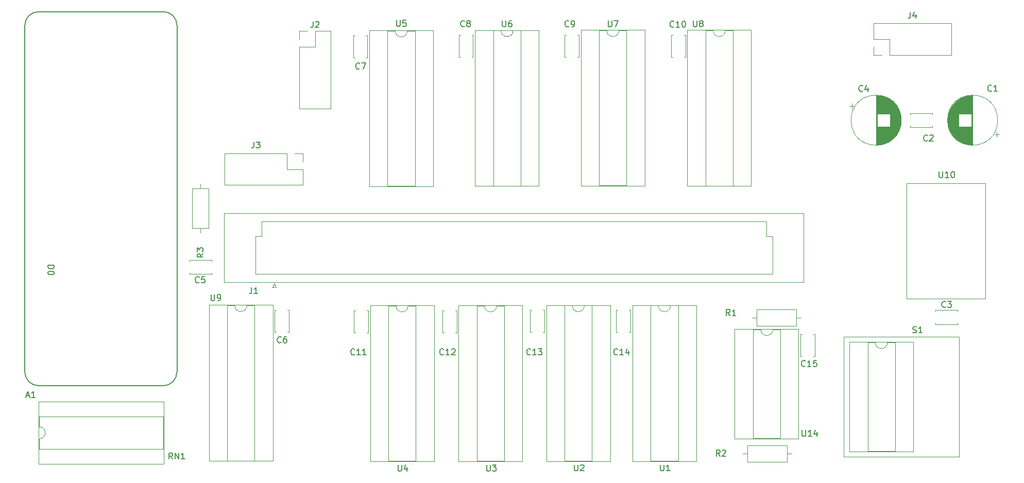
<source format=gbr>
%TF.GenerationSoftware,KiCad,Pcbnew,8.0.8*%
%TF.CreationDate,2025-04-22T20:57:00-07:00*%
%TF.ProjectId,logic,6c6f6769-632e-46b6-9963-61645f706362,rev?*%
%TF.SameCoordinates,Original*%
%TF.FileFunction,Legend,Top*%
%TF.FilePolarity,Positive*%
%FSLAX46Y46*%
G04 Gerber Fmt 4.6, Leading zero omitted, Abs format (unit mm)*
G04 Created by KiCad (PCBNEW 8.0.8) date 2025-04-22 20:57:00*
%MOMM*%
%LPD*%
G01*
G04 APERTURE LIST*
%ADD10C,0.150000*%
%ADD11C,0.120000*%
G04 APERTURE END LIST*
D10*
X168137142Y-108009580D02*
X168089523Y-108057200D01*
X168089523Y-108057200D02*
X167946666Y-108104819D01*
X167946666Y-108104819D02*
X167851428Y-108104819D01*
X167851428Y-108104819D02*
X167708571Y-108057200D01*
X167708571Y-108057200D02*
X167613333Y-107961961D01*
X167613333Y-107961961D02*
X167565714Y-107866723D01*
X167565714Y-107866723D02*
X167518095Y-107676247D01*
X167518095Y-107676247D02*
X167518095Y-107533390D01*
X167518095Y-107533390D02*
X167565714Y-107342914D01*
X167565714Y-107342914D02*
X167613333Y-107247676D01*
X167613333Y-107247676D02*
X167708571Y-107152438D01*
X167708571Y-107152438D02*
X167851428Y-107104819D01*
X167851428Y-107104819D02*
X167946666Y-107104819D01*
X167946666Y-107104819D02*
X168089523Y-107152438D01*
X168089523Y-107152438D02*
X168137142Y-107200057D01*
X169089523Y-108104819D02*
X168518095Y-108104819D01*
X168803809Y-108104819D02*
X168803809Y-107104819D01*
X168803809Y-107104819D02*
X168708571Y-107247676D01*
X168708571Y-107247676D02*
X168613333Y-107342914D01*
X168613333Y-107342914D02*
X168518095Y-107390533D01*
X169946666Y-107438152D02*
X169946666Y-108104819D01*
X169708571Y-107057200D02*
X169470476Y-107771485D01*
X169470476Y-107771485D02*
X170089523Y-107771485D01*
X142982222Y-54039580D02*
X142934603Y-54087200D01*
X142934603Y-54087200D02*
X142791746Y-54134819D01*
X142791746Y-54134819D02*
X142696508Y-54134819D01*
X142696508Y-54134819D02*
X142553651Y-54087200D01*
X142553651Y-54087200D02*
X142458413Y-53991961D01*
X142458413Y-53991961D02*
X142410794Y-53896723D01*
X142410794Y-53896723D02*
X142363175Y-53706247D01*
X142363175Y-53706247D02*
X142363175Y-53563390D01*
X142363175Y-53563390D02*
X142410794Y-53372914D01*
X142410794Y-53372914D02*
X142458413Y-53277676D01*
X142458413Y-53277676D02*
X142553651Y-53182438D01*
X142553651Y-53182438D02*
X142696508Y-53134819D01*
X142696508Y-53134819D02*
X142791746Y-53134819D01*
X142791746Y-53134819D02*
X142934603Y-53182438D01*
X142934603Y-53182438D02*
X142982222Y-53230057D01*
X143553651Y-53563390D02*
X143458413Y-53515771D01*
X143458413Y-53515771D02*
X143410794Y-53468152D01*
X143410794Y-53468152D02*
X143363175Y-53372914D01*
X143363175Y-53372914D02*
X143363175Y-53325295D01*
X143363175Y-53325295D02*
X143410794Y-53230057D01*
X143410794Y-53230057D02*
X143458413Y-53182438D01*
X143458413Y-53182438D02*
X143553651Y-53134819D01*
X143553651Y-53134819D02*
X143744127Y-53134819D01*
X143744127Y-53134819D02*
X143839365Y-53182438D01*
X143839365Y-53182438D02*
X143886984Y-53230057D01*
X143886984Y-53230057D02*
X143934603Y-53325295D01*
X143934603Y-53325295D02*
X143934603Y-53372914D01*
X143934603Y-53372914D02*
X143886984Y-53468152D01*
X143886984Y-53468152D02*
X143839365Y-53515771D01*
X143839365Y-53515771D02*
X143744127Y-53563390D01*
X143744127Y-53563390D02*
X143553651Y-53563390D01*
X143553651Y-53563390D02*
X143458413Y-53611009D01*
X143458413Y-53611009D02*
X143410794Y-53658628D01*
X143410794Y-53658628D02*
X143363175Y-53753866D01*
X143363175Y-53753866D02*
X143363175Y-53944342D01*
X143363175Y-53944342D02*
X143410794Y-54039580D01*
X143410794Y-54039580D02*
X143458413Y-54087200D01*
X143458413Y-54087200D02*
X143553651Y-54134819D01*
X143553651Y-54134819D02*
X143744127Y-54134819D01*
X143744127Y-54134819D02*
X143839365Y-54087200D01*
X143839365Y-54087200D02*
X143886984Y-54039580D01*
X143886984Y-54039580D02*
X143934603Y-53944342D01*
X143934603Y-53944342D02*
X143934603Y-53753866D01*
X143934603Y-53753866D02*
X143886984Y-53658628D01*
X143886984Y-53658628D02*
X143839365Y-53611009D01*
X143839365Y-53611009D02*
X143744127Y-53563390D01*
X146628095Y-126194819D02*
X146628095Y-127004342D01*
X146628095Y-127004342D02*
X146675714Y-127099580D01*
X146675714Y-127099580D02*
X146723333Y-127147200D01*
X146723333Y-127147200D02*
X146818571Y-127194819D01*
X146818571Y-127194819D02*
X147009047Y-127194819D01*
X147009047Y-127194819D02*
X147104285Y-127147200D01*
X147104285Y-127147200D02*
X147151904Y-127099580D01*
X147151904Y-127099580D02*
X147199523Y-127004342D01*
X147199523Y-127004342D02*
X147199523Y-126194819D01*
X147580476Y-126194819D02*
X148199523Y-126194819D01*
X148199523Y-126194819D02*
X147866190Y-126575771D01*
X147866190Y-126575771D02*
X148009047Y-126575771D01*
X148009047Y-126575771D02*
X148104285Y-126623390D01*
X148104285Y-126623390D02*
X148151904Y-126671009D01*
X148151904Y-126671009D02*
X148199523Y-126766247D01*
X148199523Y-126766247D02*
X148199523Y-127004342D01*
X148199523Y-127004342D02*
X148151904Y-127099580D01*
X148151904Y-127099580D02*
X148104285Y-127147200D01*
X148104285Y-127147200D02*
X148009047Y-127194819D01*
X148009047Y-127194819D02*
X147723333Y-127194819D01*
X147723333Y-127194819D02*
X147628095Y-127147200D01*
X147628095Y-127147200D02*
X147580476Y-127099580D01*
X108356666Y-73074819D02*
X108356666Y-73789104D01*
X108356666Y-73789104D02*
X108309047Y-73931961D01*
X108309047Y-73931961D02*
X108213809Y-74027200D01*
X108213809Y-74027200D02*
X108070952Y-74074819D01*
X108070952Y-74074819D02*
X107975714Y-74074819D01*
X108737619Y-73074819D02*
X109356666Y-73074819D01*
X109356666Y-73074819D02*
X109023333Y-73455771D01*
X109023333Y-73455771D02*
X109166190Y-73455771D01*
X109166190Y-73455771D02*
X109261428Y-73503390D01*
X109261428Y-73503390D02*
X109309047Y-73551009D01*
X109309047Y-73551009D02*
X109356666Y-73646247D01*
X109356666Y-73646247D02*
X109356666Y-73884342D01*
X109356666Y-73884342D02*
X109309047Y-73979580D01*
X109309047Y-73979580D02*
X109261428Y-74027200D01*
X109261428Y-74027200D02*
X109166190Y-74074819D01*
X109166190Y-74074819D02*
X108880476Y-74074819D01*
X108880476Y-74074819D02*
X108785238Y-74027200D01*
X108785238Y-74027200D02*
X108737619Y-73979580D01*
X219083333Y-72829580D02*
X219035714Y-72877200D01*
X219035714Y-72877200D02*
X218892857Y-72924819D01*
X218892857Y-72924819D02*
X218797619Y-72924819D01*
X218797619Y-72924819D02*
X218654762Y-72877200D01*
X218654762Y-72877200D02*
X218559524Y-72781961D01*
X218559524Y-72781961D02*
X218511905Y-72686723D01*
X218511905Y-72686723D02*
X218464286Y-72496247D01*
X218464286Y-72496247D02*
X218464286Y-72353390D01*
X218464286Y-72353390D02*
X218511905Y-72162914D01*
X218511905Y-72162914D02*
X218559524Y-72067676D01*
X218559524Y-72067676D02*
X218654762Y-71972438D01*
X218654762Y-71972438D02*
X218797619Y-71924819D01*
X218797619Y-71924819D02*
X218892857Y-71924819D01*
X218892857Y-71924819D02*
X219035714Y-71972438D01*
X219035714Y-71972438D02*
X219083333Y-72020057D01*
X219464286Y-72020057D02*
X219511905Y-71972438D01*
X219511905Y-71972438D02*
X219607143Y-71924819D01*
X219607143Y-71924819D02*
X219845238Y-71924819D01*
X219845238Y-71924819D02*
X219940476Y-71972438D01*
X219940476Y-71972438D02*
X219988095Y-72020057D01*
X219988095Y-72020057D02*
X220035714Y-72115295D01*
X220035714Y-72115295D02*
X220035714Y-72210533D01*
X220035714Y-72210533D02*
X219988095Y-72353390D01*
X219988095Y-72353390D02*
X219416667Y-72924819D01*
X219416667Y-72924819D02*
X220035714Y-72924819D01*
X118076666Y-53264819D02*
X118076666Y-53979104D01*
X118076666Y-53979104D02*
X118029047Y-54121961D01*
X118029047Y-54121961D02*
X117933809Y-54217200D01*
X117933809Y-54217200D02*
X117790952Y-54264819D01*
X117790952Y-54264819D02*
X117695714Y-54264819D01*
X118505238Y-53360057D02*
X118552857Y-53312438D01*
X118552857Y-53312438D02*
X118648095Y-53264819D01*
X118648095Y-53264819D02*
X118886190Y-53264819D01*
X118886190Y-53264819D02*
X118981428Y-53312438D01*
X118981428Y-53312438D02*
X119029047Y-53360057D01*
X119029047Y-53360057D02*
X119076666Y-53455295D01*
X119076666Y-53455295D02*
X119076666Y-53550533D01*
X119076666Y-53550533D02*
X119029047Y-53693390D01*
X119029047Y-53693390D02*
X118457619Y-54264819D01*
X118457619Y-54264819D02*
X119076666Y-54264819D01*
X221011905Y-77934819D02*
X221011905Y-78744342D01*
X221011905Y-78744342D02*
X221059524Y-78839580D01*
X221059524Y-78839580D02*
X221107143Y-78887200D01*
X221107143Y-78887200D02*
X221202381Y-78934819D01*
X221202381Y-78934819D02*
X221392857Y-78934819D01*
X221392857Y-78934819D02*
X221488095Y-78887200D01*
X221488095Y-78887200D02*
X221535714Y-78839580D01*
X221535714Y-78839580D02*
X221583333Y-78744342D01*
X221583333Y-78744342D02*
X221583333Y-77934819D01*
X222583333Y-78934819D02*
X222011905Y-78934819D01*
X222297619Y-78934819D02*
X222297619Y-77934819D01*
X222297619Y-77934819D02*
X222202381Y-78077676D01*
X222202381Y-78077676D02*
X222107143Y-78172914D01*
X222107143Y-78172914D02*
X222011905Y-78220533D01*
X223202381Y-77934819D02*
X223297619Y-77934819D01*
X223297619Y-77934819D02*
X223392857Y-77982438D01*
X223392857Y-77982438D02*
X223440476Y-78030057D01*
X223440476Y-78030057D02*
X223488095Y-78125295D01*
X223488095Y-78125295D02*
X223535714Y-78315771D01*
X223535714Y-78315771D02*
X223535714Y-78553866D01*
X223535714Y-78553866D02*
X223488095Y-78744342D01*
X223488095Y-78744342D02*
X223440476Y-78839580D01*
X223440476Y-78839580D02*
X223392857Y-78887200D01*
X223392857Y-78887200D02*
X223297619Y-78934819D01*
X223297619Y-78934819D02*
X223202381Y-78934819D01*
X223202381Y-78934819D02*
X223107143Y-78887200D01*
X223107143Y-78887200D02*
X223059524Y-78839580D01*
X223059524Y-78839580D02*
X223011905Y-78744342D01*
X223011905Y-78744342D02*
X222964286Y-78553866D01*
X222964286Y-78553866D02*
X222964286Y-78315771D01*
X222964286Y-78315771D02*
X223011905Y-78125295D01*
X223011905Y-78125295D02*
X223059524Y-78030057D01*
X223059524Y-78030057D02*
X223107143Y-77982438D01*
X223107143Y-77982438D02*
X223202381Y-77934819D01*
X125731190Y-61014580D02*
X125683571Y-61062200D01*
X125683571Y-61062200D02*
X125540714Y-61109819D01*
X125540714Y-61109819D02*
X125445476Y-61109819D01*
X125445476Y-61109819D02*
X125302619Y-61062200D01*
X125302619Y-61062200D02*
X125207381Y-60966961D01*
X125207381Y-60966961D02*
X125159762Y-60871723D01*
X125159762Y-60871723D02*
X125112143Y-60681247D01*
X125112143Y-60681247D02*
X125112143Y-60538390D01*
X125112143Y-60538390D02*
X125159762Y-60347914D01*
X125159762Y-60347914D02*
X125207381Y-60252676D01*
X125207381Y-60252676D02*
X125302619Y-60157438D01*
X125302619Y-60157438D02*
X125445476Y-60109819D01*
X125445476Y-60109819D02*
X125540714Y-60109819D01*
X125540714Y-60109819D02*
X125683571Y-60157438D01*
X125683571Y-60157438D02*
X125731190Y-60205057D01*
X126064524Y-60109819D02*
X126731190Y-60109819D01*
X126731190Y-60109819D02*
X126302619Y-61109819D01*
X70965714Y-114789104D02*
X71441904Y-114789104D01*
X70870476Y-115074819D02*
X71203809Y-114074819D01*
X71203809Y-114074819D02*
X71537142Y-115074819D01*
X72394285Y-115074819D02*
X71822857Y-115074819D01*
X72108571Y-115074819D02*
X72108571Y-114074819D01*
X72108571Y-114074819D02*
X72013333Y-114217676D01*
X72013333Y-114217676D02*
X71918095Y-114312914D01*
X71918095Y-114312914D02*
X71822857Y-114360533D01*
X74510180Y-93381905D02*
X75510180Y-93381905D01*
X75510180Y-93381905D02*
X75510180Y-93620000D01*
X75510180Y-93620000D02*
X75462561Y-93762857D01*
X75462561Y-93762857D02*
X75367323Y-93858095D01*
X75367323Y-93858095D02*
X75272085Y-93905714D01*
X75272085Y-93905714D02*
X75081609Y-93953333D01*
X75081609Y-93953333D02*
X74938752Y-93953333D01*
X74938752Y-93953333D02*
X74748276Y-93905714D01*
X74748276Y-93905714D02*
X74653038Y-93858095D01*
X74653038Y-93858095D02*
X74557800Y-93762857D01*
X74557800Y-93762857D02*
X74510180Y-93620000D01*
X74510180Y-93620000D02*
X74510180Y-93381905D01*
X75510180Y-94572381D02*
X75510180Y-94667619D01*
X75510180Y-94667619D02*
X75462561Y-94762857D01*
X75462561Y-94762857D02*
X75414942Y-94810476D01*
X75414942Y-94810476D02*
X75319704Y-94858095D01*
X75319704Y-94858095D02*
X75129228Y-94905714D01*
X75129228Y-94905714D02*
X74891133Y-94905714D01*
X74891133Y-94905714D02*
X74700657Y-94858095D01*
X74700657Y-94858095D02*
X74605419Y-94810476D01*
X74605419Y-94810476D02*
X74557800Y-94762857D01*
X74557800Y-94762857D02*
X74510180Y-94667619D01*
X74510180Y-94667619D02*
X74510180Y-94572381D01*
X74510180Y-94572381D02*
X74557800Y-94477143D01*
X74557800Y-94477143D02*
X74605419Y-94429524D01*
X74605419Y-94429524D02*
X74700657Y-94381905D01*
X74700657Y-94381905D02*
X74891133Y-94334286D01*
X74891133Y-94334286D02*
X75129228Y-94334286D01*
X75129228Y-94334286D02*
X75319704Y-94381905D01*
X75319704Y-94381905D02*
X75414942Y-94429524D01*
X75414942Y-94429524D02*
X75462561Y-94477143D01*
X75462561Y-94477143D02*
X75510180Y-94572381D01*
X198987142Y-109909580D02*
X198939523Y-109957200D01*
X198939523Y-109957200D02*
X198796666Y-110004819D01*
X198796666Y-110004819D02*
X198701428Y-110004819D01*
X198701428Y-110004819D02*
X198558571Y-109957200D01*
X198558571Y-109957200D02*
X198463333Y-109861961D01*
X198463333Y-109861961D02*
X198415714Y-109766723D01*
X198415714Y-109766723D02*
X198368095Y-109576247D01*
X198368095Y-109576247D02*
X198368095Y-109433390D01*
X198368095Y-109433390D02*
X198415714Y-109242914D01*
X198415714Y-109242914D02*
X198463333Y-109147676D01*
X198463333Y-109147676D02*
X198558571Y-109052438D01*
X198558571Y-109052438D02*
X198701428Y-109004819D01*
X198701428Y-109004819D02*
X198796666Y-109004819D01*
X198796666Y-109004819D02*
X198939523Y-109052438D01*
X198939523Y-109052438D02*
X198987142Y-109100057D01*
X199939523Y-110004819D02*
X199368095Y-110004819D01*
X199653809Y-110004819D02*
X199653809Y-109004819D01*
X199653809Y-109004819D02*
X199558571Y-109147676D01*
X199558571Y-109147676D02*
X199463333Y-109242914D01*
X199463333Y-109242914D02*
X199368095Y-109290533D01*
X200844285Y-109004819D02*
X200368095Y-109004819D01*
X200368095Y-109004819D02*
X200320476Y-109481009D01*
X200320476Y-109481009D02*
X200368095Y-109433390D01*
X200368095Y-109433390D02*
X200463333Y-109385771D01*
X200463333Y-109385771D02*
X200701428Y-109385771D01*
X200701428Y-109385771D02*
X200796666Y-109433390D01*
X200796666Y-109433390D02*
X200844285Y-109481009D01*
X200844285Y-109481009D02*
X200891904Y-109576247D01*
X200891904Y-109576247D02*
X200891904Y-109814342D01*
X200891904Y-109814342D02*
X200844285Y-109909580D01*
X200844285Y-109909580D02*
X200796666Y-109957200D01*
X200796666Y-109957200D02*
X200701428Y-110004819D01*
X200701428Y-110004819D02*
X200463333Y-110004819D01*
X200463333Y-110004819D02*
X200368095Y-109957200D01*
X200368095Y-109957200D02*
X200320476Y-109909580D01*
X132068095Y-126194819D02*
X132068095Y-127004342D01*
X132068095Y-127004342D02*
X132115714Y-127099580D01*
X132115714Y-127099580D02*
X132163333Y-127147200D01*
X132163333Y-127147200D02*
X132258571Y-127194819D01*
X132258571Y-127194819D02*
X132449047Y-127194819D01*
X132449047Y-127194819D02*
X132544285Y-127147200D01*
X132544285Y-127147200D02*
X132591904Y-127099580D01*
X132591904Y-127099580D02*
X132639523Y-127004342D01*
X132639523Y-127004342D02*
X132639523Y-126194819D01*
X133544285Y-126528152D02*
X133544285Y-127194819D01*
X133306190Y-126147200D02*
X133068095Y-126861485D01*
X133068095Y-126861485D02*
X133687142Y-126861485D01*
X100034819Y-91456666D02*
X99558628Y-91789999D01*
X100034819Y-92028094D02*
X99034819Y-92028094D01*
X99034819Y-92028094D02*
X99034819Y-91647142D01*
X99034819Y-91647142D02*
X99082438Y-91551904D01*
X99082438Y-91551904D02*
X99130057Y-91504285D01*
X99130057Y-91504285D02*
X99225295Y-91456666D01*
X99225295Y-91456666D02*
X99368152Y-91456666D01*
X99368152Y-91456666D02*
X99463390Y-91504285D01*
X99463390Y-91504285D02*
X99511009Y-91551904D01*
X99511009Y-91551904D02*
X99558628Y-91647142D01*
X99558628Y-91647142D02*
X99558628Y-92028094D01*
X99034819Y-91123332D02*
X99034819Y-90504285D01*
X99034819Y-90504285D02*
X99415771Y-90837618D01*
X99415771Y-90837618D02*
X99415771Y-90694761D01*
X99415771Y-90694761D02*
X99463390Y-90599523D01*
X99463390Y-90599523D02*
X99511009Y-90551904D01*
X99511009Y-90551904D02*
X99606247Y-90504285D01*
X99606247Y-90504285D02*
X99844342Y-90504285D01*
X99844342Y-90504285D02*
X99939580Y-90551904D01*
X99939580Y-90551904D02*
X99987200Y-90599523D01*
X99987200Y-90599523D02*
X100034819Y-90694761D01*
X100034819Y-90694761D02*
X100034819Y-90980475D01*
X100034819Y-90980475D02*
X99987200Y-91075713D01*
X99987200Y-91075713D02*
X99939580Y-91123332D01*
X184963333Y-124734819D02*
X184630000Y-124258628D01*
X184391905Y-124734819D02*
X184391905Y-123734819D01*
X184391905Y-123734819D02*
X184772857Y-123734819D01*
X184772857Y-123734819D02*
X184868095Y-123782438D01*
X184868095Y-123782438D02*
X184915714Y-123830057D01*
X184915714Y-123830057D02*
X184963333Y-123925295D01*
X184963333Y-123925295D02*
X184963333Y-124068152D01*
X184963333Y-124068152D02*
X184915714Y-124163390D01*
X184915714Y-124163390D02*
X184868095Y-124211009D01*
X184868095Y-124211009D02*
X184772857Y-124258628D01*
X184772857Y-124258628D02*
X184391905Y-124258628D01*
X185344286Y-123830057D02*
X185391905Y-123782438D01*
X185391905Y-123782438D02*
X185487143Y-123734819D01*
X185487143Y-123734819D02*
X185725238Y-123734819D01*
X185725238Y-123734819D02*
X185820476Y-123782438D01*
X185820476Y-123782438D02*
X185868095Y-123830057D01*
X185868095Y-123830057D02*
X185915714Y-123925295D01*
X185915714Y-123925295D02*
X185915714Y-124020533D01*
X185915714Y-124020533D02*
X185868095Y-124163390D01*
X185868095Y-124163390D02*
X185296667Y-124734819D01*
X185296667Y-124734819D02*
X185915714Y-124734819D01*
X153837142Y-108009580D02*
X153789523Y-108057200D01*
X153789523Y-108057200D02*
X153646666Y-108104819D01*
X153646666Y-108104819D02*
X153551428Y-108104819D01*
X153551428Y-108104819D02*
X153408571Y-108057200D01*
X153408571Y-108057200D02*
X153313333Y-107961961D01*
X153313333Y-107961961D02*
X153265714Y-107866723D01*
X153265714Y-107866723D02*
X153218095Y-107676247D01*
X153218095Y-107676247D02*
X153218095Y-107533390D01*
X153218095Y-107533390D02*
X153265714Y-107342914D01*
X153265714Y-107342914D02*
X153313333Y-107247676D01*
X153313333Y-107247676D02*
X153408571Y-107152438D01*
X153408571Y-107152438D02*
X153551428Y-107104819D01*
X153551428Y-107104819D02*
X153646666Y-107104819D01*
X153646666Y-107104819D02*
X153789523Y-107152438D01*
X153789523Y-107152438D02*
X153837142Y-107200057D01*
X154789523Y-108104819D02*
X154218095Y-108104819D01*
X154503809Y-108104819D02*
X154503809Y-107104819D01*
X154503809Y-107104819D02*
X154408571Y-107247676D01*
X154408571Y-107247676D02*
X154313333Y-107342914D01*
X154313333Y-107342914D02*
X154218095Y-107390533D01*
X155122857Y-107104819D02*
X155741904Y-107104819D01*
X155741904Y-107104819D02*
X155408571Y-107485771D01*
X155408571Y-107485771D02*
X155551428Y-107485771D01*
X155551428Y-107485771D02*
X155646666Y-107533390D01*
X155646666Y-107533390D02*
X155694285Y-107581009D01*
X155694285Y-107581009D02*
X155741904Y-107676247D01*
X155741904Y-107676247D02*
X155741904Y-107914342D01*
X155741904Y-107914342D02*
X155694285Y-108009580D01*
X155694285Y-108009580D02*
X155646666Y-108057200D01*
X155646666Y-108057200D02*
X155551428Y-108104819D01*
X155551428Y-108104819D02*
X155265714Y-108104819D01*
X155265714Y-108104819D02*
X155170476Y-108057200D01*
X155170476Y-108057200D02*
X155122857Y-108009580D01*
X198491905Y-120464819D02*
X198491905Y-121274342D01*
X198491905Y-121274342D02*
X198539524Y-121369580D01*
X198539524Y-121369580D02*
X198587143Y-121417200D01*
X198587143Y-121417200D02*
X198682381Y-121464819D01*
X198682381Y-121464819D02*
X198872857Y-121464819D01*
X198872857Y-121464819D02*
X198968095Y-121417200D01*
X198968095Y-121417200D02*
X199015714Y-121369580D01*
X199015714Y-121369580D02*
X199063333Y-121274342D01*
X199063333Y-121274342D02*
X199063333Y-120464819D01*
X200063333Y-121464819D02*
X199491905Y-121464819D01*
X199777619Y-121464819D02*
X199777619Y-120464819D01*
X199777619Y-120464819D02*
X199682381Y-120607676D01*
X199682381Y-120607676D02*
X199587143Y-120702914D01*
X199587143Y-120702914D02*
X199491905Y-120750533D01*
X200920476Y-120798152D02*
X200920476Y-121464819D01*
X200682381Y-120417200D02*
X200444286Y-121131485D01*
X200444286Y-121131485D02*
X201063333Y-121131485D01*
X99363333Y-96149580D02*
X99315714Y-96197200D01*
X99315714Y-96197200D02*
X99172857Y-96244819D01*
X99172857Y-96244819D02*
X99077619Y-96244819D01*
X99077619Y-96244819D02*
X98934762Y-96197200D01*
X98934762Y-96197200D02*
X98839524Y-96101961D01*
X98839524Y-96101961D02*
X98791905Y-96006723D01*
X98791905Y-96006723D02*
X98744286Y-95816247D01*
X98744286Y-95816247D02*
X98744286Y-95673390D01*
X98744286Y-95673390D02*
X98791905Y-95482914D01*
X98791905Y-95482914D02*
X98839524Y-95387676D01*
X98839524Y-95387676D02*
X98934762Y-95292438D01*
X98934762Y-95292438D02*
X99077619Y-95244819D01*
X99077619Y-95244819D02*
X99172857Y-95244819D01*
X99172857Y-95244819D02*
X99315714Y-95292438D01*
X99315714Y-95292438D02*
X99363333Y-95340057D01*
X100268095Y-95244819D02*
X99791905Y-95244819D01*
X99791905Y-95244819D02*
X99744286Y-95721009D01*
X99744286Y-95721009D02*
X99791905Y-95673390D01*
X99791905Y-95673390D02*
X99887143Y-95625771D01*
X99887143Y-95625771D02*
X100125238Y-95625771D01*
X100125238Y-95625771D02*
X100220476Y-95673390D01*
X100220476Y-95673390D02*
X100268095Y-95721009D01*
X100268095Y-95721009D02*
X100315714Y-95816247D01*
X100315714Y-95816247D02*
X100315714Y-96054342D01*
X100315714Y-96054342D02*
X100268095Y-96149580D01*
X100268095Y-96149580D02*
X100220476Y-96197200D01*
X100220476Y-96197200D02*
X100125238Y-96244819D01*
X100125238Y-96244819D02*
X99887143Y-96244819D01*
X99887143Y-96244819D02*
X99791905Y-96197200D01*
X99791905Y-96197200D02*
X99744286Y-96149580D01*
X216698095Y-104417200D02*
X216840952Y-104464819D01*
X216840952Y-104464819D02*
X217079047Y-104464819D01*
X217079047Y-104464819D02*
X217174285Y-104417200D01*
X217174285Y-104417200D02*
X217221904Y-104369580D01*
X217221904Y-104369580D02*
X217269523Y-104274342D01*
X217269523Y-104274342D02*
X217269523Y-104179104D01*
X217269523Y-104179104D02*
X217221904Y-104083866D01*
X217221904Y-104083866D02*
X217174285Y-104036247D01*
X217174285Y-104036247D02*
X217079047Y-103988628D01*
X217079047Y-103988628D02*
X216888571Y-103941009D01*
X216888571Y-103941009D02*
X216793333Y-103893390D01*
X216793333Y-103893390D02*
X216745714Y-103845771D01*
X216745714Y-103845771D02*
X216698095Y-103750533D01*
X216698095Y-103750533D02*
X216698095Y-103655295D01*
X216698095Y-103655295D02*
X216745714Y-103560057D01*
X216745714Y-103560057D02*
X216793333Y-103512438D01*
X216793333Y-103512438D02*
X216888571Y-103464819D01*
X216888571Y-103464819D02*
X217126666Y-103464819D01*
X217126666Y-103464819D02*
X217269523Y-103512438D01*
X218221904Y-104464819D02*
X217650476Y-104464819D01*
X217936190Y-104464819D02*
X217936190Y-103464819D01*
X217936190Y-103464819D02*
X217840952Y-103607676D01*
X217840952Y-103607676D02*
X217745714Y-103702914D01*
X217745714Y-103702914D02*
X217650476Y-103750533D01*
X112839047Y-106014580D02*
X112791428Y-106062200D01*
X112791428Y-106062200D02*
X112648571Y-106109819D01*
X112648571Y-106109819D02*
X112553333Y-106109819D01*
X112553333Y-106109819D02*
X112410476Y-106062200D01*
X112410476Y-106062200D02*
X112315238Y-105966961D01*
X112315238Y-105966961D02*
X112267619Y-105871723D01*
X112267619Y-105871723D02*
X112220000Y-105681247D01*
X112220000Y-105681247D02*
X112220000Y-105538390D01*
X112220000Y-105538390D02*
X112267619Y-105347914D01*
X112267619Y-105347914D02*
X112315238Y-105252676D01*
X112315238Y-105252676D02*
X112410476Y-105157438D01*
X112410476Y-105157438D02*
X112553333Y-105109819D01*
X112553333Y-105109819D02*
X112648571Y-105109819D01*
X112648571Y-105109819D02*
X112791428Y-105157438D01*
X112791428Y-105157438D02*
X112839047Y-105205057D01*
X113696190Y-105109819D02*
X113505714Y-105109819D01*
X113505714Y-105109819D02*
X113410476Y-105157438D01*
X113410476Y-105157438D02*
X113362857Y-105205057D01*
X113362857Y-105205057D02*
X113267619Y-105347914D01*
X113267619Y-105347914D02*
X113220000Y-105538390D01*
X113220000Y-105538390D02*
X113220000Y-105919342D01*
X113220000Y-105919342D02*
X113267619Y-106014580D01*
X113267619Y-106014580D02*
X113315238Y-106062200D01*
X113315238Y-106062200D02*
X113410476Y-106109819D01*
X113410476Y-106109819D02*
X113600952Y-106109819D01*
X113600952Y-106109819D02*
X113696190Y-106062200D01*
X113696190Y-106062200D02*
X113743809Y-106014580D01*
X113743809Y-106014580D02*
X113791428Y-105919342D01*
X113791428Y-105919342D02*
X113791428Y-105681247D01*
X113791428Y-105681247D02*
X113743809Y-105586009D01*
X113743809Y-105586009D02*
X113696190Y-105538390D01*
X113696190Y-105538390D02*
X113600952Y-105490771D01*
X113600952Y-105490771D02*
X113410476Y-105490771D01*
X113410476Y-105490771D02*
X113315238Y-105538390D01*
X113315238Y-105538390D02*
X113267619Y-105586009D01*
X113267619Y-105586009D02*
X113220000Y-105681247D01*
X175198095Y-126159819D02*
X175198095Y-126969342D01*
X175198095Y-126969342D02*
X175245714Y-127064580D01*
X175245714Y-127064580D02*
X175293333Y-127112200D01*
X175293333Y-127112200D02*
X175388571Y-127159819D01*
X175388571Y-127159819D02*
X175579047Y-127159819D01*
X175579047Y-127159819D02*
X175674285Y-127112200D01*
X175674285Y-127112200D02*
X175721904Y-127064580D01*
X175721904Y-127064580D02*
X175769523Y-126969342D01*
X175769523Y-126969342D02*
X175769523Y-126159819D01*
X176769523Y-127159819D02*
X176198095Y-127159819D01*
X176483809Y-127159819D02*
X176483809Y-126159819D01*
X176483809Y-126159819D02*
X176388571Y-126302676D01*
X176388571Y-126302676D02*
X176293333Y-126397914D01*
X176293333Y-126397914D02*
X176198095Y-126445533D01*
X107986666Y-97024819D02*
X107986666Y-97739104D01*
X107986666Y-97739104D02*
X107939047Y-97881961D01*
X107939047Y-97881961D02*
X107843809Y-97977200D01*
X107843809Y-97977200D02*
X107700952Y-98024819D01*
X107700952Y-98024819D02*
X107605714Y-98024819D01*
X108986666Y-98024819D02*
X108415238Y-98024819D01*
X108700952Y-98024819D02*
X108700952Y-97024819D01*
X108700952Y-97024819D02*
X108605714Y-97167676D01*
X108605714Y-97167676D02*
X108510476Y-97262914D01*
X108510476Y-97262914D02*
X108415238Y-97310533D01*
X101323809Y-98159819D02*
X101323809Y-98969342D01*
X101323809Y-98969342D02*
X101371428Y-99064580D01*
X101371428Y-99064580D02*
X101419047Y-99112200D01*
X101419047Y-99112200D02*
X101514285Y-99159819D01*
X101514285Y-99159819D02*
X101704761Y-99159819D01*
X101704761Y-99159819D02*
X101799999Y-99112200D01*
X101799999Y-99112200D02*
X101847618Y-99064580D01*
X101847618Y-99064580D02*
X101895237Y-98969342D01*
X101895237Y-98969342D02*
X101895237Y-98159819D01*
X102419047Y-99159819D02*
X102609523Y-99159819D01*
X102609523Y-99159819D02*
X102704761Y-99112200D01*
X102704761Y-99112200D02*
X102752380Y-99064580D01*
X102752380Y-99064580D02*
X102847618Y-98921723D01*
X102847618Y-98921723D02*
X102895237Y-98731247D01*
X102895237Y-98731247D02*
X102895237Y-98350295D01*
X102895237Y-98350295D02*
X102847618Y-98255057D01*
X102847618Y-98255057D02*
X102799999Y-98207438D01*
X102799999Y-98207438D02*
X102704761Y-98159819D01*
X102704761Y-98159819D02*
X102514285Y-98159819D01*
X102514285Y-98159819D02*
X102419047Y-98207438D01*
X102419047Y-98207438D02*
X102371428Y-98255057D01*
X102371428Y-98255057D02*
X102323809Y-98350295D01*
X102323809Y-98350295D02*
X102323809Y-98588390D01*
X102323809Y-98588390D02*
X102371428Y-98683628D01*
X102371428Y-98683628D02*
X102419047Y-98731247D01*
X102419047Y-98731247D02*
X102514285Y-98778866D01*
X102514285Y-98778866D02*
X102704761Y-98778866D01*
X102704761Y-98778866D02*
X102799999Y-98731247D01*
X102799999Y-98731247D02*
X102847618Y-98683628D01*
X102847618Y-98683628D02*
X102895237Y-98588390D01*
X149216984Y-53134819D02*
X149216984Y-53944342D01*
X149216984Y-53944342D02*
X149264603Y-54039580D01*
X149264603Y-54039580D02*
X149312222Y-54087200D01*
X149312222Y-54087200D02*
X149407460Y-54134819D01*
X149407460Y-54134819D02*
X149597936Y-54134819D01*
X149597936Y-54134819D02*
X149693174Y-54087200D01*
X149693174Y-54087200D02*
X149740793Y-54039580D01*
X149740793Y-54039580D02*
X149788412Y-53944342D01*
X149788412Y-53944342D02*
X149788412Y-53134819D01*
X150693174Y-53134819D02*
X150502698Y-53134819D01*
X150502698Y-53134819D02*
X150407460Y-53182438D01*
X150407460Y-53182438D02*
X150359841Y-53230057D01*
X150359841Y-53230057D02*
X150264603Y-53372914D01*
X150264603Y-53372914D02*
X150216984Y-53563390D01*
X150216984Y-53563390D02*
X150216984Y-53944342D01*
X150216984Y-53944342D02*
X150264603Y-54039580D01*
X150264603Y-54039580D02*
X150312222Y-54087200D01*
X150312222Y-54087200D02*
X150407460Y-54134819D01*
X150407460Y-54134819D02*
X150597936Y-54134819D01*
X150597936Y-54134819D02*
X150693174Y-54087200D01*
X150693174Y-54087200D02*
X150740793Y-54039580D01*
X150740793Y-54039580D02*
X150788412Y-53944342D01*
X150788412Y-53944342D02*
X150788412Y-53706247D01*
X150788412Y-53706247D02*
X150740793Y-53611009D01*
X150740793Y-53611009D02*
X150693174Y-53563390D01*
X150693174Y-53563390D02*
X150597936Y-53515771D01*
X150597936Y-53515771D02*
X150407460Y-53515771D01*
X150407460Y-53515771D02*
X150312222Y-53563390D01*
X150312222Y-53563390D02*
X150264603Y-53611009D01*
X150264603Y-53611009D02*
X150216984Y-53706247D01*
X216276666Y-51744819D02*
X216276666Y-52459104D01*
X216276666Y-52459104D02*
X216229047Y-52601961D01*
X216229047Y-52601961D02*
X216133809Y-52697200D01*
X216133809Y-52697200D02*
X215990952Y-52744819D01*
X215990952Y-52744819D02*
X215895714Y-52744819D01*
X217181428Y-52078152D02*
X217181428Y-52744819D01*
X216943333Y-51697200D02*
X216705238Y-52411485D01*
X216705238Y-52411485D02*
X217324285Y-52411485D01*
X131833095Y-53079819D02*
X131833095Y-53889342D01*
X131833095Y-53889342D02*
X131880714Y-53984580D01*
X131880714Y-53984580D02*
X131928333Y-54032200D01*
X131928333Y-54032200D02*
X132023571Y-54079819D01*
X132023571Y-54079819D02*
X132214047Y-54079819D01*
X132214047Y-54079819D02*
X132309285Y-54032200D01*
X132309285Y-54032200D02*
X132356904Y-53984580D01*
X132356904Y-53984580D02*
X132404523Y-53889342D01*
X132404523Y-53889342D02*
X132404523Y-53079819D01*
X133356904Y-53079819D02*
X132880714Y-53079819D01*
X132880714Y-53079819D02*
X132833095Y-53556009D01*
X132833095Y-53556009D02*
X132880714Y-53508390D01*
X132880714Y-53508390D02*
X132975952Y-53460771D01*
X132975952Y-53460771D02*
X133214047Y-53460771D01*
X133214047Y-53460771D02*
X133309285Y-53508390D01*
X133309285Y-53508390D02*
X133356904Y-53556009D01*
X133356904Y-53556009D02*
X133404523Y-53651247D01*
X133404523Y-53651247D02*
X133404523Y-53889342D01*
X133404523Y-53889342D02*
X133356904Y-53984580D01*
X133356904Y-53984580D02*
X133309285Y-54032200D01*
X133309285Y-54032200D02*
X133214047Y-54079819D01*
X133214047Y-54079819D02*
X132975952Y-54079819D01*
X132975952Y-54079819D02*
X132880714Y-54032200D01*
X132880714Y-54032200D02*
X132833095Y-53984580D01*
X186623333Y-101614819D02*
X186290000Y-101138628D01*
X186051905Y-101614819D02*
X186051905Y-100614819D01*
X186051905Y-100614819D02*
X186432857Y-100614819D01*
X186432857Y-100614819D02*
X186528095Y-100662438D01*
X186528095Y-100662438D02*
X186575714Y-100710057D01*
X186575714Y-100710057D02*
X186623333Y-100805295D01*
X186623333Y-100805295D02*
X186623333Y-100948152D01*
X186623333Y-100948152D02*
X186575714Y-101043390D01*
X186575714Y-101043390D02*
X186528095Y-101091009D01*
X186528095Y-101091009D02*
X186432857Y-101138628D01*
X186432857Y-101138628D02*
X186051905Y-101138628D01*
X187575714Y-101614819D02*
X187004286Y-101614819D01*
X187290000Y-101614819D02*
X187290000Y-100614819D01*
X187290000Y-100614819D02*
X187194762Y-100757676D01*
X187194762Y-100757676D02*
X187099524Y-100852914D01*
X187099524Y-100852914D02*
X187004286Y-100900533D01*
X180603809Y-53147319D02*
X180603809Y-53956842D01*
X180603809Y-53956842D02*
X180651428Y-54052080D01*
X180651428Y-54052080D02*
X180699047Y-54099700D01*
X180699047Y-54099700D02*
X180794285Y-54147319D01*
X180794285Y-54147319D02*
X180984761Y-54147319D01*
X180984761Y-54147319D02*
X181079999Y-54099700D01*
X181079999Y-54099700D02*
X181127618Y-54052080D01*
X181127618Y-54052080D02*
X181175237Y-53956842D01*
X181175237Y-53956842D02*
X181175237Y-53147319D01*
X181794285Y-53575890D02*
X181699047Y-53528271D01*
X181699047Y-53528271D02*
X181651428Y-53480652D01*
X181651428Y-53480652D02*
X181603809Y-53385414D01*
X181603809Y-53385414D02*
X181603809Y-53337795D01*
X181603809Y-53337795D02*
X181651428Y-53242557D01*
X181651428Y-53242557D02*
X181699047Y-53194938D01*
X181699047Y-53194938D02*
X181794285Y-53147319D01*
X181794285Y-53147319D02*
X181984761Y-53147319D01*
X181984761Y-53147319D02*
X182079999Y-53194938D01*
X182079999Y-53194938D02*
X182127618Y-53242557D01*
X182127618Y-53242557D02*
X182175237Y-53337795D01*
X182175237Y-53337795D02*
X182175237Y-53385414D01*
X182175237Y-53385414D02*
X182127618Y-53480652D01*
X182127618Y-53480652D02*
X182079999Y-53528271D01*
X182079999Y-53528271D02*
X181984761Y-53575890D01*
X181984761Y-53575890D02*
X181794285Y-53575890D01*
X181794285Y-53575890D02*
X181699047Y-53623509D01*
X181699047Y-53623509D02*
X181651428Y-53671128D01*
X181651428Y-53671128D02*
X181603809Y-53766366D01*
X181603809Y-53766366D02*
X181603809Y-53956842D01*
X181603809Y-53956842D02*
X181651428Y-54052080D01*
X181651428Y-54052080D02*
X181699047Y-54099700D01*
X181699047Y-54099700D02*
X181794285Y-54147319D01*
X181794285Y-54147319D02*
X181984761Y-54147319D01*
X181984761Y-54147319D02*
X182079999Y-54099700D01*
X182079999Y-54099700D02*
X182127618Y-54052080D01*
X182127618Y-54052080D02*
X182175237Y-53956842D01*
X182175237Y-53956842D02*
X182175237Y-53766366D01*
X182175237Y-53766366D02*
X182127618Y-53671128D01*
X182127618Y-53671128D02*
X182079999Y-53623509D01*
X182079999Y-53623509D02*
X181984761Y-53575890D01*
X124917142Y-108009580D02*
X124869523Y-108057200D01*
X124869523Y-108057200D02*
X124726666Y-108104819D01*
X124726666Y-108104819D02*
X124631428Y-108104819D01*
X124631428Y-108104819D02*
X124488571Y-108057200D01*
X124488571Y-108057200D02*
X124393333Y-107961961D01*
X124393333Y-107961961D02*
X124345714Y-107866723D01*
X124345714Y-107866723D02*
X124298095Y-107676247D01*
X124298095Y-107676247D02*
X124298095Y-107533390D01*
X124298095Y-107533390D02*
X124345714Y-107342914D01*
X124345714Y-107342914D02*
X124393333Y-107247676D01*
X124393333Y-107247676D02*
X124488571Y-107152438D01*
X124488571Y-107152438D02*
X124631428Y-107104819D01*
X124631428Y-107104819D02*
X124726666Y-107104819D01*
X124726666Y-107104819D02*
X124869523Y-107152438D01*
X124869523Y-107152438D02*
X124917142Y-107200057D01*
X125869523Y-108104819D02*
X125298095Y-108104819D01*
X125583809Y-108104819D02*
X125583809Y-107104819D01*
X125583809Y-107104819D02*
X125488571Y-107247676D01*
X125488571Y-107247676D02*
X125393333Y-107342914D01*
X125393333Y-107342914D02*
X125298095Y-107390533D01*
X126821904Y-108104819D02*
X126250476Y-108104819D01*
X126536190Y-108104819D02*
X126536190Y-107104819D01*
X126536190Y-107104819D02*
X126440952Y-107247676D01*
X126440952Y-107247676D02*
X126345714Y-107342914D01*
X126345714Y-107342914D02*
X126250476Y-107390533D01*
X160125158Y-54064580D02*
X160077539Y-54112200D01*
X160077539Y-54112200D02*
X159934682Y-54159819D01*
X159934682Y-54159819D02*
X159839444Y-54159819D01*
X159839444Y-54159819D02*
X159696587Y-54112200D01*
X159696587Y-54112200D02*
X159601349Y-54016961D01*
X159601349Y-54016961D02*
X159553730Y-53921723D01*
X159553730Y-53921723D02*
X159506111Y-53731247D01*
X159506111Y-53731247D02*
X159506111Y-53588390D01*
X159506111Y-53588390D02*
X159553730Y-53397914D01*
X159553730Y-53397914D02*
X159601349Y-53302676D01*
X159601349Y-53302676D02*
X159696587Y-53207438D01*
X159696587Y-53207438D02*
X159839444Y-53159819D01*
X159839444Y-53159819D02*
X159934682Y-53159819D01*
X159934682Y-53159819D02*
X160077539Y-53207438D01*
X160077539Y-53207438D02*
X160125158Y-53255057D01*
X160601349Y-54159819D02*
X160791825Y-54159819D01*
X160791825Y-54159819D02*
X160887063Y-54112200D01*
X160887063Y-54112200D02*
X160934682Y-54064580D01*
X160934682Y-54064580D02*
X161029920Y-53921723D01*
X161029920Y-53921723D02*
X161077539Y-53731247D01*
X161077539Y-53731247D02*
X161077539Y-53350295D01*
X161077539Y-53350295D02*
X161029920Y-53255057D01*
X161029920Y-53255057D02*
X160982301Y-53207438D01*
X160982301Y-53207438D02*
X160887063Y-53159819D01*
X160887063Y-53159819D02*
X160696587Y-53159819D01*
X160696587Y-53159819D02*
X160601349Y-53207438D01*
X160601349Y-53207438D02*
X160553730Y-53255057D01*
X160553730Y-53255057D02*
X160506111Y-53350295D01*
X160506111Y-53350295D02*
X160506111Y-53588390D01*
X160506111Y-53588390D02*
X160553730Y-53683628D01*
X160553730Y-53683628D02*
X160601349Y-53731247D01*
X160601349Y-53731247D02*
X160696587Y-53778866D01*
X160696587Y-53778866D02*
X160887063Y-53778866D01*
X160887063Y-53778866D02*
X160982301Y-53731247D01*
X160982301Y-53731247D02*
X161029920Y-53683628D01*
X161029920Y-53683628D02*
X161077539Y-53588390D01*
X229633333Y-64649580D02*
X229585714Y-64697200D01*
X229585714Y-64697200D02*
X229442857Y-64744819D01*
X229442857Y-64744819D02*
X229347619Y-64744819D01*
X229347619Y-64744819D02*
X229204762Y-64697200D01*
X229204762Y-64697200D02*
X229109524Y-64601961D01*
X229109524Y-64601961D02*
X229061905Y-64506723D01*
X229061905Y-64506723D02*
X229014286Y-64316247D01*
X229014286Y-64316247D02*
X229014286Y-64173390D01*
X229014286Y-64173390D02*
X229061905Y-63982914D01*
X229061905Y-63982914D02*
X229109524Y-63887676D01*
X229109524Y-63887676D02*
X229204762Y-63792438D01*
X229204762Y-63792438D02*
X229347619Y-63744819D01*
X229347619Y-63744819D02*
X229442857Y-63744819D01*
X229442857Y-63744819D02*
X229585714Y-63792438D01*
X229585714Y-63792438D02*
X229633333Y-63840057D01*
X230585714Y-64744819D02*
X230014286Y-64744819D01*
X230300000Y-64744819D02*
X230300000Y-63744819D01*
X230300000Y-63744819D02*
X230204762Y-63887676D01*
X230204762Y-63887676D02*
X230109524Y-63982914D01*
X230109524Y-63982914D02*
X230014286Y-64030533D01*
X208433333Y-64679580D02*
X208385714Y-64727200D01*
X208385714Y-64727200D02*
X208242857Y-64774819D01*
X208242857Y-64774819D02*
X208147619Y-64774819D01*
X208147619Y-64774819D02*
X208004762Y-64727200D01*
X208004762Y-64727200D02*
X207909524Y-64631961D01*
X207909524Y-64631961D02*
X207861905Y-64536723D01*
X207861905Y-64536723D02*
X207814286Y-64346247D01*
X207814286Y-64346247D02*
X207814286Y-64203390D01*
X207814286Y-64203390D02*
X207861905Y-64012914D01*
X207861905Y-64012914D02*
X207909524Y-63917676D01*
X207909524Y-63917676D02*
X208004762Y-63822438D01*
X208004762Y-63822438D02*
X208147619Y-63774819D01*
X208147619Y-63774819D02*
X208242857Y-63774819D01*
X208242857Y-63774819D02*
X208385714Y-63822438D01*
X208385714Y-63822438D02*
X208433333Y-63870057D01*
X209290476Y-64108152D02*
X209290476Y-64774819D01*
X209052381Y-63727200D02*
X208814286Y-64441485D01*
X208814286Y-64441485D02*
X209433333Y-64441485D01*
X139547142Y-108009580D02*
X139499523Y-108057200D01*
X139499523Y-108057200D02*
X139356666Y-108104819D01*
X139356666Y-108104819D02*
X139261428Y-108104819D01*
X139261428Y-108104819D02*
X139118571Y-108057200D01*
X139118571Y-108057200D02*
X139023333Y-107961961D01*
X139023333Y-107961961D02*
X138975714Y-107866723D01*
X138975714Y-107866723D02*
X138928095Y-107676247D01*
X138928095Y-107676247D02*
X138928095Y-107533390D01*
X138928095Y-107533390D02*
X138975714Y-107342914D01*
X138975714Y-107342914D02*
X139023333Y-107247676D01*
X139023333Y-107247676D02*
X139118571Y-107152438D01*
X139118571Y-107152438D02*
X139261428Y-107104819D01*
X139261428Y-107104819D02*
X139356666Y-107104819D01*
X139356666Y-107104819D02*
X139499523Y-107152438D01*
X139499523Y-107152438D02*
X139547142Y-107200057D01*
X140499523Y-108104819D02*
X139928095Y-108104819D01*
X140213809Y-108104819D02*
X140213809Y-107104819D01*
X140213809Y-107104819D02*
X140118571Y-107247676D01*
X140118571Y-107247676D02*
X140023333Y-107342914D01*
X140023333Y-107342914D02*
X139928095Y-107390533D01*
X140880476Y-107200057D02*
X140928095Y-107152438D01*
X140928095Y-107152438D02*
X141023333Y-107104819D01*
X141023333Y-107104819D02*
X141261428Y-107104819D01*
X141261428Y-107104819D02*
X141356666Y-107152438D01*
X141356666Y-107152438D02*
X141404285Y-107200057D01*
X141404285Y-107200057D02*
X141451904Y-107295295D01*
X141451904Y-107295295D02*
X141451904Y-107390533D01*
X141451904Y-107390533D02*
X141404285Y-107533390D01*
X141404285Y-107533390D02*
X140832857Y-108104819D01*
X140832857Y-108104819D02*
X141451904Y-108104819D01*
X95009523Y-125214819D02*
X94676190Y-124738628D01*
X94438095Y-125214819D02*
X94438095Y-124214819D01*
X94438095Y-124214819D02*
X94819047Y-124214819D01*
X94819047Y-124214819D02*
X94914285Y-124262438D01*
X94914285Y-124262438D02*
X94961904Y-124310057D01*
X94961904Y-124310057D02*
X95009523Y-124405295D01*
X95009523Y-124405295D02*
X95009523Y-124548152D01*
X95009523Y-124548152D02*
X94961904Y-124643390D01*
X94961904Y-124643390D02*
X94914285Y-124691009D01*
X94914285Y-124691009D02*
X94819047Y-124738628D01*
X94819047Y-124738628D02*
X94438095Y-124738628D01*
X95438095Y-125214819D02*
X95438095Y-124214819D01*
X95438095Y-124214819D02*
X96009523Y-125214819D01*
X96009523Y-125214819D02*
X96009523Y-124214819D01*
X97009523Y-125214819D02*
X96438095Y-125214819D01*
X96723809Y-125214819D02*
X96723809Y-124214819D01*
X96723809Y-124214819D02*
X96628571Y-124357676D01*
X96628571Y-124357676D02*
X96533333Y-124452914D01*
X96533333Y-124452914D02*
X96438095Y-124500533D01*
X222063333Y-100199580D02*
X222015714Y-100247200D01*
X222015714Y-100247200D02*
X221872857Y-100294819D01*
X221872857Y-100294819D02*
X221777619Y-100294819D01*
X221777619Y-100294819D02*
X221634762Y-100247200D01*
X221634762Y-100247200D02*
X221539524Y-100151961D01*
X221539524Y-100151961D02*
X221491905Y-100056723D01*
X221491905Y-100056723D02*
X221444286Y-99866247D01*
X221444286Y-99866247D02*
X221444286Y-99723390D01*
X221444286Y-99723390D02*
X221491905Y-99532914D01*
X221491905Y-99532914D02*
X221539524Y-99437676D01*
X221539524Y-99437676D02*
X221634762Y-99342438D01*
X221634762Y-99342438D02*
X221777619Y-99294819D01*
X221777619Y-99294819D02*
X221872857Y-99294819D01*
X221872857Y-99294819D02*
X222015714Y-99342438D01*
X222015714Y-99342438D02*
X222063333Y-99390057D01*
X222396667Y-99294819D02*
X223015714Y-99294819D01*
X223015714Y-99294819D02*
X222682381Y-99675771D01*
X222682381Y-99675771D02*
X222825238Y-99675771D01*
X222825238Y-99675771D02*
X222920476Y-99723390D01*
X222920476Y-99723390D02*
X222968095Y-99771009D01*
X222968095Y-99771009D02*
X223015714Y-99866247D01*
X223015714Y-99866247D02*
X223015714Y-100104342D01*
X223015714Y-100104342D02*
X222968095Y-100199580D01*
X222968095Y-100199580D02*
X222920476Y-100247200D01*
X222920476Y-100247200D02*
X222825238Y-100294819D01*
X222825238Y-100294819D02*
X222539524Y-100294819D01*
X222539524Y-100294819D02*
X222444286Y-100247200D01*
X222444286Y-100247200D02*
X222396667Y-100199580D01*
X177397142Y-54107080D02*
X177349523Y-54154700D01*
X177349523Y-54154700D02*
X177206666Y-54202319D01*
X177206666Y-54202319D02*
X177111428Y-54202319D01*
X177111428Y-54202319D02*
X176968571Y-54154700D01*
X176968571Y-54154700D02*
X176873333Y-54059461D01*
X176873333Y-54059461D02*
X176825714Y-53964223D01*
X176825714Y-53964223D02*
X176778095Y-53773747D01*
X176778095Y-53773747D02*
X176778095Y-53630890D01*
X176778095Y-53630890D02*
X176825714Y-53440414D01*
X176825714Y-53440414D02*
X176873333Y-53345176D01*
X176873333Y-53345176D02*
X176968571Y-53249938D01*
X176968571Y-53249938D02*
X177111428Y-53202319D01*
X177111428Y-53202319D02*
X177206666Y-53202319D01*
X177206666Y-53202319D02*
X177349523Y-53249938D01*
X177349523Y-53249938D02*
X177397142Y-53297557D01*
X178349523Y-54202319D02*
X177778095Y-54202319D01*
X178063809Y-54202319D02*
X178063809Y-53202319D01*
X178063809Y-53202319D02*
X177968571Y-53345176D01*
X177968571Y-53345176D02*
X177873333Y-53440414D01*
X177873333Y-53440414D02*
X177778095Y-53488033D01*
X178968571Y-53202319D02*
X179063809Y-53202319D01*
X179063809Y-53202319D02*
X179159047Y-53249938D01*
X179159047Y-53249938D02*
X179206666Y-53297557D01*
X179206666Y-53297557D02*
X179254285Y-53392795D01*
X179254285Y-53392795D02*
X179301904Y-53583271D01*
X179301904Y-53583271D02*
X179301904Y-53821366D01*
X179301904Y-53821366D02*
X179254285Y-54011842D01*
X179254285Y-54011842D02*
X179206666Y-54107080D01*
X179206666Y-54107080D02*
X179159047Y-54154700D01*
X179159047Y-54154700D02*
X179063809Y-54202319D01*
X179063809Y-54202319D02*
X178968571Y-54202319D01*
X178968571Y-54202319D02*
X178873333Y-54154700D01*
X178873333Y-54154700D02*
X178825714Y-54107080D01*
X178825714Y-54107080D02*
X178778095Y-54011842D01*
X178778095Y-54011842D02*
X178730476Y-53821366D01*
X178730476Y-53821366D02*
X178730476Y-53583271D01*
X178730476Y-53583271D02*
X178778095Y-53392795D01*
X178778095Y-53392795D02*
X178825714Y-53297557D01*
X178825714Y-53297557D02*
X178873333Y-53249938D01*
X178873333Y-53249938D02*
X178968571Y-53202319D01*
X161038095Y-126164819D02*
X161038095Y-126974342D01*
X161038095Y-126974342D02*
X161085714Y-127069580D01*
X161085714Y-127069580D02*
X161133333Y-127117200D01*
X161133333Y-127117200D02*
X161228571Y-127164819D01*
X161228571Y-127164819D02*
X161419047Y-127164819D01*
X161419047Y-127164819D02*
X161514285Y-127117200D01*
X161514285Y-127117200D02*
X161561904Y-127069580D01*
X161561904Y-127069580D02*
X161609523Y-126974342D01*
X161609523Y-126974342D02*
X161609523Y-126164819D01*
X162038095Y-126260057D02*
X162085714Y-126212438D01*
X162085714Y-126212438D02*
X162180952Y-126164819D01*
X162180952Y-126164819D02*
X162419047Y-126164819D01*
X162419047Y-126164819D02*
X162514285Y-126212438D01*
X162514285Y-126212438D02*
X162561904Y-126260057D01*
X162561904Y-126260057D02*
X162609523Y-126355295D01*
X162609523Y-126355295D02*
X162609523Y-126450533D01*
X162609523Y-126450533D02*
X162561904Y-126593390D01*
X162561904Y-126593390D02*
X161990476Y-127164819D01*
X161990476Y-127164819D02*
X162609523Y-127164819D01*
X166609920Y-53159819D02*
X166609920Y-53969342D01*
X166609920Y-53969342D02*
X166657539Y-54064580D01*
X166657539Y-54064580D02*
X166705158Y-54112200D01*
X166705158Y-54112200D02*
X166800396Y-54159819D01*
X166800396Y-54159819D02*
X166990872Y-54159819D01*
X166990872Y-54159819D02*
X167086110Y-54112200D01*
X167086110Y-54112200D02*
X167133729Y-54064580D01*
X167133729Y-54064580D02*
X167181348Y-53969342D01*
X167181348Y-53969342D02*
X167181348Y-53159819D01*
X167562301Y-53159819D02*
X168228967Y-53159819D01*
X168228967Y-53159819D02*
X167800396Y-54159819D01*
D11*
%TO.C,C14*%
X167930000Y-100745000D02*
X168175000Y-100745000D01*
X167930000Y-104385000D02*
X167930000Y-100745000D01*
X167930000Y-104385000D02*
X168175000Y-104385000D01*
X170025000Y-100745000D02*
X170270000Y-100745000D01*
X170025000Y-104385000D02*
X170270000Y-104385000D01*
X170270000Y-104385000D02*
X170270000Y-100745000D01*
%TO.C,C8*%
X142058889Y-55530000D02*
X142303889Y-55530000D01*
X142058889Y-59170000D02*
X142058889Y-55530000D01*
X142058889Y-59170000D02*
X142303889Y-59170000D01*
X144153889Y-55530000D02*
X144398889Y-55530000D01*
X144153889Y-59170000D02*
X144398889Y-59170000D01*
X144398889Y-59170000D02*
X144398889Y-55530000D01*
%TO.C,U3*%
X142030000Y-99960000D02*
X142030000Y-125600000D01*
X142030000Y-125600000D02*
X152530000Y-125600000D01*
X145030000Y-100020000D02*
X145030000Y-125540000D01*
X145030000Y-125540000D02*
X149530000Y-125540000D01*
X146280000Y-100020000D02*
X145030000Y-100020000D01*
X149530000Y-100020000D02*
X148280000Y-100020000D01*
X149530000Y-125540000D02*
X149530000Y-100020000D01*
X152530000Y-99960000D02*
X142030000Y-99960000D01*
X152530000Y-125600000D02*
X152530000Y-99960000D01*
X148280000Y-100020000D02*
G75*
G02*
X146280000Y-100020000I-1000000J0D01*
G01*
%TO.C,J3*%
X103570000Y-74980000D02*
X103570000Y-80180000D01*
X113790000Y-74980000D02*
X103570000Y-74980000D01*
X113790000Y-74980000D02*
X113790000Y-77580000D01*
X113790000Y-77580000D02*
X116390000Y-77580000D01*
X115060000Y-74980000D02*
X116390000Y-74980000D01*
X116390000Y-74980000D02*
X116390000Y-76310000D01*
X116390000Y-77580000D02*
X116390000Y-80180000D01*
X116390000Y-80180000D02*
X103570000Y-80180000D01*
%TO.C,C2*%
X216207349Y-68340000D02*
X216207349Y-68585000D01*
X216207349Y-68340000D02*
X219847349Y-68340000D01*
X216207349Y-70435000D02*
X216207349Y-70680000D01*
X216207349Y-70680000D02*
X219847349Y-70680000D01*
X219847349Y-68340000D02*
X219847349Y-68585000D01*
X219847349Y-70435000D02*
X219847349Y-70680000D01*
%TO.C,J2*%
X115810000Y-54810000D02*
X117140000Y-54810000D01*
X115810000Y-56140000D02*
X115810000Y-54810000D01*
X115810000Y-57410000D02*
X115810000Y-67630000D01*
X115810000Y-57410000D02*
X118410000Y-57410000D01*
X115810000Y-67630000D02*
X121010000Y-67630000D01*
X118410000Y-54810000D02*
X121010000Y-54810000D01*
X118410000Y-57410000D02*
X118410000Y-54810000D01*
X121010000Y-54810000D02*
X121010000Y-67630000D01*
%TO.C,U10*%
X215630000Y-79860000D02*
X228580000Y-79860000D01*
X228580000Y-98860000D01*
X215630000Y-98860000D01*
X215630000Y-79860000D01*
%TO.C,C7*%
X124685000Y-55575000D02*
X124930000Y-55575000D01*
X124685000Y-59215000D02*
X124685000Y-55575000D01*
X124685000Y-59215000D02*
X124930000Y-59215000D01*
X126780000Y-55575000D02*
X127025000Y-55575000D01*
X126780000Y-59215000D02*
X127025000Y-59215000D01*
X127025000Y-59215000D02*
X127025000Y-55575000D01*
D10*
%TO.C,A1*%
X70720000Y-53915200D02*
X70720000Y-110915200D01*
X72970000Y-51665200D02*
X93470000Y-51665200D01*
X72970000Y-113165200D02*
X93470000Y-113165200D01*
X95720000Y-53915200D02*
X95720000Y-110915200D01*
X70720000Y-53915200D02*
G75*
G02*
X72970000Y-51665200I2250000J0D01*
G01*
X72970000Y-113165200D02*
G75*
G02*
X70720000Y-110915200I0J2250000D01*
G01*
X93470000Y-51665200D02*
G75*
G02*
X95720000Y-53915200I0J-2250000D01*
G01*
X95720000Y-110915200D02*
G75*
G02*
X93470000Y-113165200I-2250000J0D01*
G01*
D11*
%TO.C,C15*%
X198210000Y-104655000D02*
X198210000Y-108295000D01*
X198455000Y-104655000D02*
X198210000Y-104655000D01*
X198455000Y-108295000D02*
X198210000Y-108295000D01*
X200550000Y-104655000D02*
X200305000Y-104655000D01*
X200550000Y-104655000D02*
X200550000Y-108295000D01*
X200550000Y-108295000D02*
X200305000Y-108295000D01*
%TO.C,U4*%
X127470000Y-99960000D02*
X127470000Y-125600000D01*
X127470000Y-125600000D02*
X137970000Y-125600000D01*
X130470000Y-100020000D02*
X130470000Y-125540000D01*
X130470000Y-125540000D02*
X134970000Y-125540000D01*
X131720000Y-100020000D02*
X130470000Y-100020000D01*
X134970000Y-100020000D02*
X133720000Y-100020000D01*
X134970000Y-125540000D02*
X134970000Y-100020000D01*
X137970000Y-99960000D02*
X127470000Y-99960000D01*
X137970000Y-125600000D02*
X137970000Y-99960000D01*
X133720000Y-100020000D02*
G75*
G02*
X131720000Y-100020000I-1000000J0D01*
G01*
%TO.C,R3*%
X98210000Y-80730000D02*
X98210000Y-87270000D01*
X98210000Y-87270000D02*
X100950000Y-87270000D01*
X99580000Y-79960000D02*
X99580000Y-80730000D01*
X99580000Y-88040000D02*
X99580000Y-87270000D01*
X100950000Y-80730000D02*
X98210000Y-80730000D01*
X100950000Y-87270000D02*
X100950000Y-80730000D01*
%TO.C,R2*%
X188690000Y-124310000D02*
X189460000Y-124310000D01*
X189460000Y-122940000D02*
X189460000Y-125680000D01*
X189460000Y-125680000D02*
X196000000Y-125680000D01*
X196000000Y-122940000D02*
X189460000Y-122940000D01*
X196000000Y-125680000D02*
X196000000Y-122940000D01*
X196770000Y-124310000D02*
X196000000Y-124310000D01*
%TO.C,C13*%
X153800000Y-100750000D02*
X154045000Y-100750000D01*
X153800000Y-104390000D02*
X153800000Y-100750000D01*
X153800000Y-104390000D02*
X154045000Y-104390000D01*
X155895000Y-100750000D02*
X156140000Y-100750000D01*
X155895000Y-104390000D02*
X156140000Y-104390000D01*
X156140000Y-104390000D02*
X156140000Y-100750000D01*
%TO.C,U14*%
X187410000Y-103835000D02*
X187410000Y-121855000D01*
X187410000Y-121855000D02*
X197910000Y-121855000D01*
X190410000Y-103895000D02*
X190410000Y-121795000D01*
X190410000Y-121795000D02*
X194910000Y-121795000D01*
X191660000Y-103895000D02*
X190410000Y-103895000D01*
X194910000Y-103895000D02*
X193660000Y-103895000D01*
X194910000Y-121795000D02*
X194910000Y-103895000D01*
X197910000Y-103835000D02*
X187410000Y-103835000D01*
X197910000Y-121855000D02*
X197910000Y-103835000D01*
X193660000Y-103895000D02*
G75*
G02*
X191660000Y-103895000I-1000000J0D01*
G01*
%TO.C,C5*%
X97780000Y-92735000D02*
X97780000Y-92490000D01*
X97780000Y-94830000D02*
X97780000Y-94585000D01*
X101420000Y-92490000D02*
X97780000Y-92490000D01*
X101420000Y-92735000D02*
X101420000Y-92490000D01*
X101420000Y-94830000D02*
X97780000Y-94830000D01*
X101420000Y-94830000D02*
X101420000Y-94585000D01*
%TO.C,S1*%
X206269948Y-105990000D02*
X206269948Y-124010000D01*
X206269948Y-124010000D02*
X216769948Y-124010000D01*
X209269948Y-106050000D02*
X209269948Y-123950000D01*
X209269948Y-123950000D02*
X213769948Y-123950000D01*
X210519948Y-106050000D02*
X209269948Y-106050000D01*
X213769948Y-106050000D02*
X212519948Y-106050000D01*
X213769948Y-123950000D02*
X213769948Y-106050000D01*
X216769948Y-105990000D02*
X206269948Y-105990000D01*
X216769948Y-124010000D02*
X216769948Y-105990000D01*
X205300052Y-105110052D02*
X224299948Y-105110052D01*
X224299948Y-124869948D01*
X205300052Y-124869948D01*
X205300052Y-105110052D01*
X212519948Y-106050000D02*
G75*
G02*
X210519948Y-106050000I-1000000J0D01*
G01*
%TO.C,C6*%
X111790000Y-100720000D02*
X111790000Y-104360000D01*
X112035000Y-100720000D02*
X111790000Y-100720000D01*
X112035000Y-104360000D02*
X111790000Y-104360000D01*
X114130000Y-100720000D02*
X113885000Y-100720000D01*
X114130000Y-100720000D02*
X114130000Y-104360000D01*
X114130000Y-104360000D02*
X113885000Y-104360000D01*
%TO.C,U1*%
X170600000Y-99925000D02*
X170600000Y-125565000D01*
X170600000Y-125565000D02*
X181100000Y-125565000D01*
X173600000Y-99985000D02*
X173600000Y-125505000D01*
X173600000Y-125505000D02*
X178100000Y-125505000D01*
X174850000Y-99985000D02*
X173600000Y-99985000D01*
X178100000Y-99985000D02*
X176850000Y-99985000D01*
X178100000Y-125505000D02*
X178100000Y-99985000D01*
X181100000Y-99925000D02*
X170600000Y-99925000D01*
X181100000Y-125565000D02*
X181100000Y-99925000D01*
X176850000Y-99985000D02*
G75*
G02*
X174850000Y-99985000I-1000000J0D01*
G01*
%TO.C,J1*%
X103500000Y-84800000D02*
X198720000Y-84800000D01*
X103500000Y-96120000D02*
X103500000Y-84800000D01*
X108609000Y-88610000D02*
X109609000Y-88610000D01*
X108609000Y-94810000D02*
X108609000Y-88610000D01*
X109609000Y-86110000D02*
X192610000Y-86110000D01*
X109609000Y-88610000D02*
X109609000Y-86110000D01*
X111440000Y-96990000D02*
X112040000Y-96990000D01*
X111740000Y-96310000D02*
X111440000Y-96990000D01*
X112040000Y-96990000D02*
X111740000Y-96310000D01*
X192610000Y-86110000D02*
X192610000Y-88610000D01*
X192610000Y-88610000D02*
X193610000Y-88610000D01*
X193610000Y-88610000D02*
X193610000Y-94810000D01*
X193610000Y-94810000D02*
X108609000Y-94810000D01*
X198720000Y-84800000D02*
X198720000Y-96120000D01*
X198720000Y-96120000D02*
X103500000Y-96120000D01*
%TO.C,U9*%
X100970000Y-99900000D02*
X100970000Y-125540000D01*
X100970000Y-125540000D02*
X111470000Y-125540000D01*
X103970000Y-99960000D02*
X103970000Y-125480000D01*
X103970000Y-125480000D02*
X108470000Y-125480000D01*
X105220000Y-99960000D02*
X103970000Y-99960000D01*
X108470000Y-99960000D02*
X107220000Y-99960000D01*
X108470000Y-125480000D02*
X108470000Y-99960000D01*
X111470000Y-99900000D02*
X100970000Y-99900000D01*
X111470000Y-125540000D02*
X111470000Y-99900000D01*
X107220000Y-99960000D02*
G75*
G02*
X105220000Y-99960000I-1000000J0D01*
G01*
%TO.C,U6*%
X144728889Y-54700000D02*
X144728889Y-80340000D01*
X144728889Y-80340000D02*
X155228889Y-80340000D01*
X147728889Y-54760000D02*
X147728889Y-80280000D01*
X147728889Y-80280000D02*
X152228889Y-80280000D01*
X148978889Y-54760000D02*
X147728889Y-54760000D01*
X152228889Y-54760000D02*
X150978889Y-54760000D01*
X152228889Y-80280000D02*
X152228889Y-54760000D01*
X155228889Y-54700000D02*
X144728889Y-54700000D01*
X155228889Y-80340000D02*
X155228889Y-54700000D01*
X150978889Y-54760000D02*
G75*
G02*
X148978889Y-54760000I-1000000J0D01*
G01*
%TO.C,J4*%
X210220000Y-53580000D02*
X223040000Y-53580000D01*
X210220000Y-56180000D02*
X210220000Y-53580000D01*
X210220000Y-58780000D02*
X210220000Y-57450000D01*
X211550000Y-58780000D02*
X210220000Y-58780000D01*
X212820000Y-56180000D02*
X210220000Y-56180000D01*
X212820000Y-58780000D02*
X212820000Y-56180000D01*
X212820000Y-58780000D02*
X223040000Y-58780000D01*
X223040000Y-58780000D02*
X223040000Y-53580000D01*
%TO.C,U5*%
X127345000Y-54755000D02*
X127345000Y-80395000D01*
X127345000Y-80395000D02*
X137845000Y-80395000D01*
X130345000Y-54815000D02*
X130345000Y-80335000D01*
X130345000Y-80335000D02*
X134845000Y-80335000D01*
X131595000Y-54815000D02*
X130345000Y-54815000D01*
X134845000Y-54815000D02*
X133595000Y-54815000D01*
X134845000Y-80335000D02*
X134845000Y-54815000D01*
X137845000Y-54755000D02*
X127345000Y-54755000D01*
X137845000Y-80395000D02*
X137845000Y-54755000D01*
X133595000Y-54815000D02*
G75*
G02*
X131595000Y-54815000I-1000000J0D01*
G01*
%TO.C,R1*%
X190250000Y-102010000D02*
X191020000Y-102010000D01*
X191020000Y-100640000D02*
X191020000Y-103380000D01*
X191020000Y-103380000D02*
X197560000Y-103380000D01*
X197560000Y-100640000D02*
X191020000Y-100640000D01*
X197560000Y-103380000D02*
X197560000Y-100640000D01*
X198330000Y-102010000D02*
X197560000Y-102010000D01*
%TO.C,U8*%
X179610000Y-54687500D02*
X179610000Y-80327500D01*
X179610000Y-80327500D02*
X190110000Y-80327500D01*
X182610000Y-54747500D02*
X182610000Y-80267500D01*
X182610000Y-80267500D02*
X187110000Y-80267500D01*
X183860000Y-54747500D02*
X182610000Y-54747500D01*
X187110000Y-54747500D02*
X185860000Y-54747500D01*
X187110000Y-80267500D02*
X187110000Y-54747500D01*
X190110000Y-54687500D02*
X179610000Y-54687500D01*
X190110000Y-80327500D02*
X190110000Y-54687500D01*
X185860000Y-54747500D02*
G75*
G02*
X183860000Y-54747500I-1000000J0D01*
G01*
%TO.C,C11*%
X124810000Y-100780000D02*
X125055000Y-100780000D01*
X124810000Y-104420000D02*
X124810000Y-100780000D01*
X124810000Y-104420000D02*
X125055000Y-104420000D01*
X126905000Y-100780000D02*
X127150000Y-100780000D01*
X126905000Y-104420000D02*
X127150000Y-104420000D01*
X127150000Y-104420000D02*
X127150000Y-100780000D01*
%TO.C,C9*%
X159461825Y-55495000D02*
X159706825Y-55495000D01*
X159461825Y-59135000D02*
X159461825Y-55495000D01*
X159461825Y-59135000D02*
X159706825Y-59135000D01*
X161556825Y-55495000D02*
X161801825Y-55495000D01*
X161556825Y-59135000D02*
X161801825Y-59135000D01*
X161801825Y-59135000D02*
X161801825Y-55495000D01*
%TO.C,C1*%
X222416349Y-70043000D02*
X222416349Y-68977000D01*
X222456349Y-70278000D02*
X222456349Y-68742000D01*
X222496349Y-70458000D02*
X222496349Y-68562000D01*
X222536349Y-70608000D02*
X222536349Y-68412000D01*
X222576349Y-70739000D02*
X222576349Y-68281000D01*
X222616349Y-70856000D02*
X222616349Y-68164000D01*
X222656349Y-70963000D02*
X222656349Y-68057000D01*
X222696349Y-71062000D02*
X222696349Y-67958000D01*
X222736349Y-71155000D02*
X222736349Y-67865000D01*
X222776349Y-71241000D02*
X222776349Y-67779000D01*
X222816349Y-71323000D02*
X222816349Y-67697000D01*
X222856349Y-71400000D02*
X222856349Y-67620000D01*
X222896349Y-71474000D02*
X222896349Y-67546000D01*
X222936349Y-71544000D02*
X222936349Y-67476000D01*
X222976349Y-71612000D02*
X222976349Y-67408000D01*
X223016349Y-71676000D02*
X223016349Y-67344000D01*
X223056349Y-71738000D02*
X223056349Y-67282000D01*
X223096349Y-71797000D02*
X223096349Y-67223000D01*
X223136349Y-71855000D02*
X223136349Y-67165000D01*
X223176349Y-71910000D02*
X223176349Y-67110000D01*
X223216349Y-71964000D02*
X223216349Y-67056000D01*
X223256349Y-72015000D02*
X223256349Y-67005000D01*
X223296349Y-72066000D02*
X223296349Y-66954000D01*
X223336349Y-72114000D02*
X223336349Y-66906000D01*
X223376349Y-72161000D02*
X223376349Y-66859000D01*
X223416349Y-72207000D02*
X223416349Y-66813000D01*
X223456349Y-72251000D02*
X223456349Y-66769000D01*
X223496349Y-72294000D02*
X223496349Y-66726000D01*
X223536349Y-72336000D02*
X223536349Y-66684000D01*
X223576349Y-72377000D02*
X223576349Y-66643000D01*
X223616349Y-72417000D02*
X223616349Y-66603000D01*
X223656349Y-72455000D02*
X223656349Y-66565000D01*
X223696349Y-72493000D02*
X223696349Y-66527000D01*
X223736349Y-72529000D02*
X223736349Y-66491000D01*
X223776349Y-72565000D02*
X223776349Y-66455000D01*
X223816349Y-72600000D02*
X223816349Y-66420000D01*
X223856349Y-72634000D02*
X223856349Y-66386000D01*
X223896349Y-72666000D02*
X223896349Y-66354000D01*
X223936349Y-72699000D02*
X223936349Y-66321000D01*
X223976349Y-72730000D02*
X223976349Y-66290000D01*
X224016349Y-72760000D02*
X224016349Y-66260000D01*
X224056349Y-72790000D02*
X224056349Y-66230000D01*
X224096349Y-72819000D02*
X224096349Y-66201000D01*
X224136349Y-72848000D02*
X224136349Y-66172000D01*
X224176349Y-72875000D02*
X224176349Y-66145000D01*
X224216349Y-68470000D02*
X224216349Y-66118000D01*
X224216349Y-72902000D02*
X224216349Y-70550000D01*
X224256349Y-68470000D02*
X224256349Y-66092000D01*
X224256349Y-72928000D02*
X224256349Y-70550000D01*
X224296349Y-68470000D02*
X224296349Y-66066000D01*
X224296349Y-72954000D02*
X224296349Y-70550000D01*
X224336349Y-68470000D02*
X224336349Y-66041000D01*
X224336349Y-72979000D02*
X224336349Y-70550000D01*
X224376349Y-68470000D02*
X224376349Y-66017000D01*
X224376349Y-73003000D02*
X224376349Y-70550000D01*
X224416349Y-68470000D02*
X224416349Y-65993000D01*
X224416349Y-73027000D02*
X224416349Y-70550000D01*
X224456349Y-68470000D02*
X224456349Y-65970000D01*
X224456349Y-73050000D02*
X224456349Y-70550000D01*
X224496349Y-68470000D02*
X224496349Y-65948000D01*
X224496349Y-73072000D02*
X224496349Y-70550000D01*
X224536349Y-68470000D02*
X224536349Y-65926000D01*
X224536349Y-73094000D02*
X224536349Y-70550000D01*
X224576349Y-68470000D02*
X224576349Y-65904000D01*
X224576349Y-73116000D02*
X224576349Y-70550000D01*
X224616349Y-68470000D02*
X224616349Y-65883000D01*
X224616349Y-73137000D02*
X224616349Y-70550000D01*
X224656349Y-68470000D02*
X224656349Y-65863000D01*
X224656349Y-73157000D02*
X224656349Y-70550000D01*
X224696349Y-68470000D02*
X224696349Y-65844000D01*
X224696349Y-73176000D02*
X224696349Y-70550000D01*
X224736349Y-68470000D02*
X224736349Y-65824000D01*
X224736349Y-73196000D02*
X224736349Y-70550000D01*
X224776349Y-68470000D02*
X224776349Y-65806000D01*
X224776349Y-73214000D02*
X224776349Y-70550000D01*
X224816349Y-68470000D02*
X224816349Y-65788000D01*
X224816349Y-73232000D02*
X224816349Y-70550000D01*
X224856349Y-68470000D02*
X224856349Y-65770000D01*
X224856349Y-73250000D02*
X224856349Y-70550000D01*
X224896349Y-68470000D02*
X224896349Y-65753000D01*
X224896349Y-73267000D02*
X224896349Y-70550000D01*
X224936349Y-68470000D02*
X224936349Y-65736000D01*
X224936349Y-73284000D02*
X224936349Y-70550000D01*
X224976349Y-68470000D02*
X224976349Y-65720000D01*
X224976349Y-73300000D02*
X224976349Y-70550000D01*
X225016349Y-68470000D02*
X225016349Y-65705000D01*
X225016349Y-73315000D02*
X225016349Y-70550000D01*
X225056349Y-68470000D02*
X225056349Y-65689000D01*
X225056349Y-73331000D02*
X225056349Y-70550000D01*
X225096349Y-68470000D02*
X225096349Y-65675000D01*
X225096349Y-73345000D02*
X225096349Y-70550000D01*
X225136349Y-68470000D02*
X225136349Y-65660000D01*
X225136349Y-73360000D02*
X225136349Y-70550000D01*
X225176349Y-68470000D02*
X225176349Y-65647000D01*
X225176349Y-73373000D02*
X225176349Y-70550000D01*
X225216349Y-68470000D02*
X225216349Y-65633000D01*
X225216349Y-73387000D02*
X225216349Y-70550000D01*
X225256349Y-68470000D02*
X225256349Y-65621000D01*
X225256349Y-73399000D02*
X225256349Y-70550000D01*
X225296349Y-68470000D02*
X225296349Y-65608000D01*
X225296349Y-73412000D02*
X225296349Y-70550000D01*
X225336349Y-68470000D02*
X225336349Y-65596000D01*
X225336349Y-73424000D02*
X225336349Y-70550000D01*
X225376349Y-68470000D02*
X225376349Y-65585000D01*
X225376349Y-73435000D02*
X225376349Y-70550000D01*
X225416349Y-68470000D02*
X225416349Y-65574000D01*
X225416349Y-73446000D02*
X225416349Y-70550000D01*
X225456349Y-68470000D02*
X225456349Y-65563000D01*
X225456349Y-73457000D02*
X225456349Y-70550000D01*
X225496349Y-68470000D02*
X225496349Y-65553000D01*
X225496349Y-73467000D02*
X225496349Y-70550000D01*
X225536349Y-68470000D02*
X225536349Y-65543000D01*
X225536349Y-73477000D02*
X225536349Y-70550000D01*
X225576349Y-68470000D02*
X225576349Y-65534000D01*
X225576349Y-73486000D02*
X225576349Y-70550000D01*
X225616349Y-68470000D02*
X225616349Y-65525000D01*
X225616349Y-73495000D02*
X225616349Y-70550000D01*
X225656349Y-68470000D02*
X225656349Y-65516000D01*
X225656349Y-73504000D02*
X225656349Y-70550000D01*
X225696349Y-68470000D02*
X225696349Y-65508000D01*
X225696349Y-73512000D02*
X225696349Y-70550000D01*
X225736349Y-68470000D02*
X225736349Y-65500000D01*
X225736349Y-73520000D02*
X225736349Y-70550000D01*
X225776349Y-68470000D02*
X225776349Y-65493000D01*
X225776349Y-73527000D02*
X225776349Y-70550000D01*
X225817349Y-68470000D02*
X225817349Y-65486000D01*
X225817349Y-73534000D02*
X225817349Y-70550000D01*
X225857349Y-68470000D02*
X225857349Y-65480000D01*
X225857349Y-73540000D02*
X225857349Y-70550000D01*
X225897349Y-68470000D02*
X225897349Y-65473000D01*
X225897349Y-73547000D02*
X225897349Y-70550000D01*
X225937349Y-68470000D02*
X225937349Y-65468000D01*
X225937349Y-73552000D02*
X225937349Y-70550000D01*
X225977349Y-68470000D02*
X225977349Y-65462000D01*
X225977349Y-73558000D02*
X225977349Y-70550000D01*
X226017349Y-68470000D02*
X226017349Y-65458000D01*
X226017349Y-73562000D02*
X226017349Y-70550000D01*
X226057349Y-68470000D02*
X226057349Y-65453000D01*
X226057349Y-73567000D02*
X226057349Y-70550000D01*
X226097349Y-68470000D02*
X226097349Y-65449000D01*
X226097349Y-73571000D02*
X226097349Y-70550000D01*
X226137349Y-68470000D02*
X226137349Y-65445000D01*
X226137349Y-73575000D02*
X226137349Y-70550000D01*
X226177349Y-68470000D02*
X226177349Y-65442000D01*
X226177349Y-73578000D02*
X226177349Y-70550000D01*
X226217349Y-68470000D02*
X226217349Y-65439000D01*
X226217349Y-73581000D02*
X226217349Y-70550000D01*
X226257349Y-68470000D02*
X226257349Y-65436000D01*
X226257349Y-73584000D02*
X226257349Y-70550000D01*
X226297349Y-73586000D02*
X226297349Y-65434000D01*
X226337349Y-73587000D02*
X226337349Y-65433000D01*
X226377349Y-73589000D02*
X226377349Y-65431000D01*
X226417349Y-73590000D02*
X226417349Y-65430000D01*
X226457349Y-73590000D02*
X226457349Y-65430000D01*
X226497349Y-73590000D02*
X226497349Y-65430000D01*
X230507047Y-72225000D02*
X230507047Y-71425000D01*
X230907047Y-71825000D02*
X230107047Y-71825000D01*
X230617349Y-69510000D02*
G75*
G02*
X222377349Y-69510000I-4120000J0D01*
G01*
X222377349Y-69510000D02*
G75*
G02*
X230617349Y-69510000I4120000J0D01*
G01*
%TO.C,C4*%
X206237651Y-67195000D02*
X207037651Y-67195000D01*
X206637651Y-66795000D02*
X206637651Y-67595000D01*
X210647349Y-65430000D02*
X210647349Y-73590000D01*
X210687349Y-65430000D02*
X210687349Y-73590000D01*
X210727349Y-65430000D02*
X210727349Y-73590000D01*
X210767349Y-65431000D02*
X210767349Y-73589000D01*
X210807349Y-65433000D02*
X210807349Y-73587000D01*
X210847349Y-65434000D02*
X210847349Y-73586000D01*
X210887349Y-65436000D02*
X210887349Y-68470000D01*
X210887349Y-70550000D02*
X210887349Y-73584000D01*
X210927349Y-65439000D02*
X210927349Y-68470000D01*
X210927349Y-70550000D02*
X210927349Y-73581000D01*
X210967349Y-65442000D02*
X210967349Y-68470000D01*
X210967349Y-70550000D02*
X210967349Y-73578000D01*
X211007349Y-65445000D02*
X211007349Y-68470000D01*
X211007349Y-70550000D02*
X211007349Y-73575000D01*
X211047349Y-65449000D02*
X211047349Y-68470000D01*
X211047349Y-70550000D02*
X211047349Y-73571000D01*
X211087349Y-65453000D02*
X211087349Y-68470000D01*
X211087349Y-70550000D02*
X211087349Y-73567000D01*
X211127349Y-65458000D02*
X211127349Y-68470000D01*
X211127349Y-70550000D02*
X211127349Y-73562000D01*
X211167349Y-65462000D02*
X211167349Y-68470000D01*
X211167349Y-70550000D02*
X211167349Y-73558000D01*
X211207349Y-65468000D02*
X211207349Y-68470000D01*
X211207349Y-70550000D02*
X211207349Y-73552000D01*
X211247349Y-65473000D02*
X211247349Y-68470000D01*
X211247349Y-70550000D02*
X211247349Y-73547000D01*
X211287349Y-65480000D02*
X211287349Y-68470000D01*
X211287349Y-70550000D02*
X211287349Y-73540000D01*
X211327349Y-65486000D02*
X211327349Y-68470000D01*
X211327349Y-70550000D02*
X211327349Y-73534000D01*
X211368349Y-65493000D02*
X211368349Y-68470000D01*
X211368349Y-70550000D02*
X211368349Y-73527000D01*
X211408349Y-65500000D02*
X211408349Y-68470000D01*
X211408349Y-70550000D02*
X211408349Y-73520000D01*
X211448349Y-65508000D02*
X211448349Y-68470000D01*
X211448349Y-70550000D02*
X211448349Y-73512000D01*
X211488349Y-65516000D02*
X211488349Y-68470000D01*
X211488349Y-70550000D02*
X211488349Y-73504000D01*
X211528349Y-65525000D02*
X211528349Y-68470000D01*
X211528349Y-70550000D02*
X211528349Y-73495000D01*
X211568349Y-65534000D02*
X211568349Y-68470000D01*
X211568349Y-70550000D02*
X211568349Y-73486000D01*
X211608349Y-65543000D02*
X211608349Y-68470000D01*
X211608349Y-70550000D02*
X211608349Y-73477000D01*
X211648349Y-65553000D02*
X211648349Y-68470000D01*
X211648349Y-70550000D02*
X211648349Y-73467000D01*
X211688349Y-65563000D02*
X211688349Y-68470000D01*
X211688349Y-70550000D02*
X211688349Y-73457000D01*
X211728349Y-65574000D02*
X211728349Y-68470000D01*
X211728349Y-70550000D02*
X211728349Y-73446000D01*
X211768349Y-65585000D02*
X211768349Y-68470000D01*
X211768349Y-70550000D02*
X211768349Y-73435000D01*
X211808349Y-65596000D02*
X211808349Y-68470000D01*
X211808349Y-70550000D02*
X211808349Y-73424000D01*
X211848349Y-65608000D02*
X211848349Y-68470000D01*
X211848349Y-70550000D02*
X211848349Y-73412000D01*
X211888349Y-65621000D02*
X211888349Y-68470000D01*
X211888349Y-70550000D02*
X211888349Y-73399000D01*
X211928349Y-65633000D02*
X211928349Y-68470000D01*
X211928349Y-70550000D02*
X211928349Y-73387000D01*
X211968349Y-65647000D02*
X211968349Y-68470000D01*
X211968349Y-70550000D02*
X211968349Y-73373000D01*
X212008349Y-65660000D02*
X212008349Y-68470000D01*
X212008349Y-70550000D02*
X212008349Y-73360000D01*
X212048349Y-65675000D02*
X212048349Y-68470000D01*
X212048349Y-70550000D02*
X212048349Y-73345000D01*
X212088349Y-65689000D02*
X212088349Y-68470000D01*
X212088349Y-70550000D02*
X212088349Y-73331000D01*
X212128349Y-65705000D02*
X212128349Y-68470000D01*
X212128349Y-70550000D02*
X212128349Y-73315000D01*
X212168349Y-65720000D02*
X212168349Y-68470000D01*
X212168349Y-70550000D02*
X212168349Y-73300000D01*
X212208349Y-65736000D02*
X212208349Y-68470000D01*
X212208349Y-70550000D02*
X212208349Y-73284000D01*
X212248349Y-65753000D02*
X212248349Y-68470000D01*
X212248349Y-70550000D02*
X212248349Y-73267000D01*
X212288349Y-65770000D02*
X212288349Y-68470000D01*
X212288349Y-70550000D02*
X212288349Y-73250000D01*
X212328349Y-65788000D02*
X212328349Y-68470000D01*
X212328349Y-70550000D02*
X212328349Y-73232000D01*
X212368349Y-65806000D02*
X212368349Y-68470000D01*
X212368349Y-70550000D02*
X212368349Y-73214000D01*
X212408349Y-65824000D02*
X212408349Y-68470000D01*
X212408349Y-70550000D02*
X212408349Y-73196000D01*
X212448349Y-65844000D02*
X212448349Y-68470000D01*
X212448349Y-70550000D02*
X212448349Y-73176000D01*
X212488349Y-65863000D02*
X212488349Y-68470000D01*
X212488349Y-70550000D02*
X212488349Y-73157000D01*
X212528349Y-65883000D02*
X212528349Y-68470000D01*
X212528349Y-70550000D02*
X212528349Y-73137000D01*
X212568349Y-65904000D02*
X212568349Y-68470000D01*
X212568349Y-70550000D02*
X212568349Y-73116000D01*
X212608349Y-65926000D02*
X212608349Y-68470000D01*
X212608349Y-70550000D02*
X212608349Y-73094000D01*
X212648349Y-65948000D02*
X212648349Y-68470000D01*
X212648349Y-70550000D02*
X212648349Y-73072000D01*
X212688349Y-65970000D02*
X212688349Y-68470000D01*
X212688349Y-70550000D02*
X212688349Y-73050000D01*
X212728349Y-65993000D02*
X212728349Y-68470000D01*
X212728349Y-70550000D02*
X212728349Y-73027000D01*
X212768349Y-66017000D02*
X212768349Y-68470000D01*
X212768349Y-70550000D02*
X212768349Y-73003000D01*
X212808349Y-66041000D02*
X212808349Y-68470000D01*
X212808349Y-70550000D02*
X212808349Y-72979000D01*
X212848349Y-66066000D02*
X212848349Y-68470000D01*
X212848349Y-70550000D02*
X212848349Y-72954000D01*
X212888349Y-66092000D02*
X212888349Y-68470000D01*
X212888349Y-70550000D02*
X212888349Y-72928000D01*
X212928349Y-66118000D02*
X212928349Y-68470000D01*
X212928349Y-70550000D02*
X212928349Y-72902000D01*
X212968349Y-66145000D02*
X212968349Y-72875000D01*
X213008349Y-66172000D02*
X213008349Y-72848000D01*
X213048349Y-66201000D02*
X213048349Y-72819000D01*
X213088349Y-66230000D02*
X213088349Y-72790000D01*
X213128349Y-66260000D02*
X213128349Y-72760000D01*
X213168349Y-66290000D02*
X213168349Y-72730000D01*
X213208349Y-66321000D02*
X213208349Y-72699000D01*
X213248349Y-66354000D02*
X213248349Y-72666000D01*
X213288349Y-66386000D02*
X213288349Y-72634000D01*
X213328349Y-66420000D02*
X213328349Y-72600000D01*
X213368349Y-66455000D02*
X213368349Y-72565000D01*
X213408349Y-66491000D02*
X213408349Y-72529000D01*
X213448349Y-66527000D02*
X213448349Y-72493000D01*
X213488349Y-66565000D02*
X213488349Y-72455000D01*
X213528349Y-66603000D02*
X213528349Y-72417000D01*
X213568349Y-66643000D02*
X213568349Y-72377000D01*
X213608349Y-66684000D02*
X213608349Y-72336000D01*
X213648349Y-66726000D02*
X213648349Y-72294000D01*
X213688349Y-66769000D02*
X213688349Y-72251000D01*
X213728349Y-66813000D02*
X213728349Y-72207000D01*
X213768349Y-66859000D02*
X213768349Y-72161000D01*
X213808349Y-66906000D02*
X213808349Y-72114000D01*
X213848349Y-66954000D02*
X213848349Y-72066000D01*
X213888349Y-67005000D02*
X213888349Y-72015000D01*
X213928349Y-67056000D02*
X213928349Y-71964000D01*
X213968349Y-67110000D02*
X213968349Y-71910000D01*
X214008349Y-67165000D02*
X214008349Y-71855000D01*
X214048349Y-67223000D02*
X214048349Y-71797000D01*
X214088349Y-67282000D02*
X214088349Y-71738000D01*
X214128349Y-67344000D02*
X214128349Y-71676000D01*
X214168349Y-67408000D02*
X214168349Y-71612000D01*
X214208349Y-67476000D02*
X214208349Y-71544000D01*
X214248349Y-67546000D02*
X214248349Y-71474000D01*
X214288349Y-67620000D02*
X214288349Y-71400000D01*
X214328349Y-67697000D02*
X214328349Y-71323000D01*
X214368349Y-67779000D02*
X214368349Y-71241000D01*
X214408349Y-67865000D02*
X214408349Y-71155000D01*
X214448349Y-67958000D02*
X214448349Y-71062000D01*
X214488349Y-68057000D02*
X214488349Y-70963000D01*
X214528349Y-68164000D02*
X214528349Y-70856000D01*
X214568349Y-68281000D02*
X214568349Y-70739000D01*
X214608349Y-68412000D02*
X214608349Y-70608000D01*
X214648349Y-68562000D02*
X214648349Y-70458000D01*
X214688349Y-68742000D02*
X214688349Y-70278000D01*
X214728349Y-68977000D02*
X214728349Y-70043000D01*
X214767349Y-69510000D02*
G75*
G02*
X206527349Y-69510000I-4120000J0D01*
G01*
X206527349Y-69510000D02*
G75*
G02*
X214767349Y-69510000I4120000J0D01*
G01*
%TO.C,C12*%
X139360000Y-100780000D02*
X139605000Y-100780000D01*
X139360000Y-104420000D02*
X139360000Y-100780000D01*
X139360000Y-104420000D02*
X139605000Y-104420000D01*
X141455000Y-100780000D02*
X141700000Y-100780000D01*
X141455000Y-104420000D02*
X141700000Y-104420000D01*
X141700000Y-104420000D02*
X141700000Y-100780000D01*
%TO.C,RN1*%
X73000000Y-115770000D02*
X73000000Y-126050000D01*
X73000000Y-126050000D02*
X93560000Y-126050000D01*
X73060000Y-118260000D02*
X73060000Y-119910000D01*
X73060000Y-121910000D02*
X73060000Y-123560000D01*
X73060000Y-123560000D02*
X93500000Y-123560000D01*
X93500000Y-118260000D02*
X73060000Y-118260000D01*
X93500000Y-123560000D02*
X93500000Y-118260000D01*
X93560000Y-115770000D02*
X73000000Y-115770000D01*
X93560000Y-126050000D02*
X93560000Y-115770000D01*
X73060000Y-119910000D02*
G75*
G02*
X73060000Y-121910000I0J-1000000D01*
G01*
%TO.C,C3*%
X220420000Y-100750000D02*
X220420000Y-100995000D01*
X220420000Y-100750000D02*
X224060000Y-100750000D01*
X220420000Y-102845000D02*
X220420000Y-103090000D01*
X220420000Y-103090000D02*
X224060000Y-103090000D01*
X224060000Y-100750000D02*
X224060000Y-100995000D01*
X224060000Y-102845000D02*
X224060000Y-103090000D01*
%TO.C,C10*%
X176950000Y-55507500D02*
X177195000Y-55507500D01*
X176950000Y-59147500D02*
X176950000Y-55507500D01*
X176950000Y-59147500D02*
X177195000Y-59147500D01*
X179045000Y-55507500D02*
X179290000Y-55507500D01*
X179045000Y-59147500D02*
X179290000Y-59147500D01*
X179290000Y-59147500D02*
X179290000Y-55507500D01*
%TO.C,U2*%
X156440000Y-99930000D02*
X156440000Y-125570000D01*
X156440000Y-125570000D02*
X166940000Y-125570000D01*
X159440000Y-99990000D02*
X159440000Y-125510000D01*
X159440000Y-125510000D02*
X163940000Y-125510000D01*
X160690000Y-99990000D02*
X159440000Y-99990000D01*
X163940000Y-99990000D02*
X162690000Y-99990000D01*
X163940000Y-125510000D02*
X163940000Y-99990000D01*
X166940000Y-99930000D02*
X156440000Y-99930000D01*
X166940000Y-125570000D02*
X166940000Y-99930000D01*
X162690000Y-99990000D02*
G75*
G02*
X160690000Y-99990000I-1000000J0D01*
G01*
%TO.C,U7*%
X162121825Y-54675000D02*
X162121825Y-80315000D01*
X162121825Y-80315000D02*
X172621825Y-80315000D01*
X165121825Y-54735000D02*
X165121825Y-80255000D01*
X165121825Y-80255000D02*
X169621825Y-80255000D01*
X166371825Y-54735000D02*
X165121825Y-54735000D01*
X169621825Y-54735000D02*
X168371825Y-54735000D01*
X169621825Y-80255000D02*
X169621825Y-54735000D01*
X172621825Y-54675000D02*
X162121825Y-54675000D01*
X172621825Y-80315000D02*
X172621825Y-54675000D01*
X168371825Y-54735000D02*
G75*
G02*
X166371825Y-54735000I-1000000J0D01*
G01*
%TD*%
M02*

</source>
